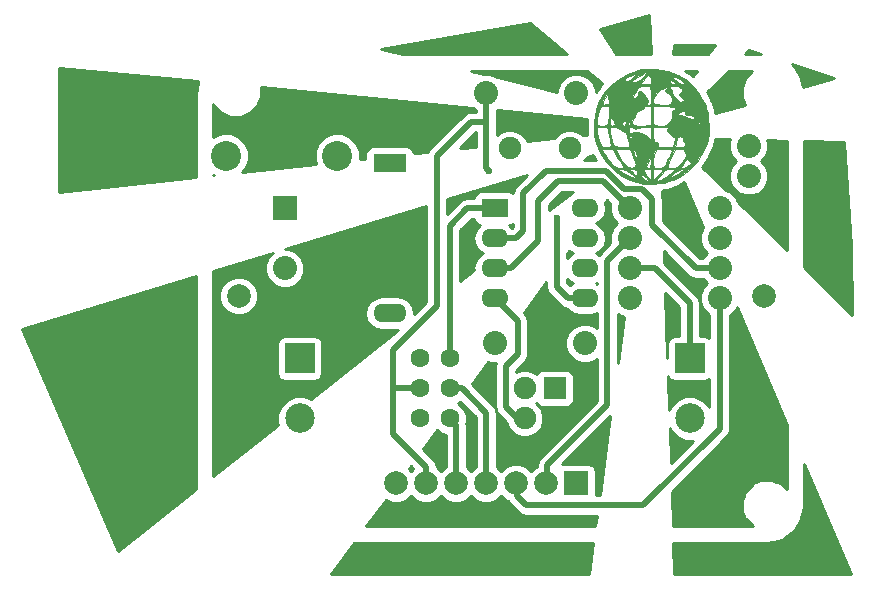
<source format=gbr>
G04 #@! TF.FileFunction,Copper,L1,Top,Signal*
%FSLAX46Y46*%
G04 Gerber Fmt 4.6, Leading zero omitted, Abs format (unit mm)*
G04 Created by KiCad (PCBNEW 4.0.4-stable) date 08/18/17 17:17:01*
%MOMM*%
%LPD*%
G01*
G04 APERTURE LIST*
%ADD10C,0.500000*%
%ADD11C,0.010000*%
%ADD12C,2.540000*%
%ADD13C,2.032000*%
%ADD14R,2.800000X1.600000*%
%ADD15O,2.800000X1.600000*%
%ADD16C,1.905000*%
%ADD17R,2.286000X1.574800*%
%ADD18O,2.286000X1.574800*%
%ADD19R,1.905000X1.905000*%
%ADD20R,2.499360X2.499360*%
%ADD21C,2.499360*%
%ADD22R,2.032000X2.032000*%
%ADD23C,0.010000*%
%ADD24R,1.998980X1.998980*%
%ADD25C,1.998980*%
%ADD26C,1.600200*%
%ADD27C,2.000000*%
%ADD28C,0.600000*%
%ADD29C,0.254000*%
G04 APERTURE END LIST*
D10*
D11*
G36*
X37775092Y40175486D02*
X38337908Y40130429D01*
X38812235Y40041807D01*
X38885706Y40020542D01*
X39702578Y39681299D01*
X40451366Y39201203D01*
X40981072Y38725761D01*
X41440128Y38197669D01*
X41786358Y37675757D01*
X42060748Y37095380D01*
X42130661Y36912568D01*
X42239208Y36487991D01*
X42306463Y35955005D01*
X42331724Y35369601D01*
X42314288Y34787766D01*
X42253454Y34265491D01*
X42168268Y33913667D01*
X41796352Y33046657D01*
X41303998Y32290171D01*
X40698541Y31652797D01*
X39987312Y31143122D01*
X39650847Y30965390D01*
X39272794Y30798722D01*
X38890020Y30652788D01*
X38569552Y30552533D01*
X38493332Y30534628D01*
X38135714Y30486357D01*
X37683732Y30460038D01*
X37211094Y30456998D01*
X36791508Y30478564D01*
X36613666Y30500786D01*
X36147855Y30616794D01*
X35627494Y30806168D01*
X35131263Y31037762D01*
X34861875Y31194273D01*
X34296718Y31632924D01*
X34751000Y31632924D01*
X34821788Y31562492D01*
X35011380Y31440474D01*
X35285614Y31287915D01*
X35438137Y31209590D01*
X35802528Y31034621D01*
X36072621Y30919920D01*
X36234182Y30869971D01*
X36272980Y30889259D01*
X36185224Y30974193D01*
X36048753Y31083597D01*
X35969248Y31148426D01*
X36619106Y31148426D01*
X36676397Y31011817D01*
X36786298Y30881632D01*
X36935337Y30760720D01*
X37077111Y30699979D01*
X37166631Y30709067D01*
X37165264Y30724756D01*
X37905409Y30724756D01*
X37947507Y30706848D01*
X38003702Y30724279D01*
X38190329Y30773830D01*
X38263202Y30781000D01*
X38382498Y30829093D01*
X38583601Y30953090D01*
X38694702Y31030855D01*
X39056351Y31030855D01*
X39070151Y31003793D01*
X39182851Y31035532D01*
X39196000Y31040157D01*
X39428427Y31139897D01*
X39708446Y31282799D01*
X39805457Y31337558D01*
X40081293Y31513355D01*
X40202844Y31630826D01*
X40172950Y31694769D01*
X40026496Y31710592D01*
X39786535Y31639632D01*
X39477671Y31426404D01*
X39365333Y31329529D01*
X39151421Y31133754D01*
X39056351Y31030855D01*
X38694702Y31030855D01*
X38825736Y31122572D01*
X39068129Y31307119D01*
X39270007Y31476312D01*
X39390597Y31599730D01*
X39407666Y31634844D01*
X39332142Y31681749D01*
X39141770Y31709292D01*
X39039920Y31712334D01*
X38823331Y31699663D01*
X38663297Y31640409D01*
X38504046Y31502708D01*
X38335977Y31310167D01*
X38090686Y31010620D01*
X37950149Y30820748D01*
X37905409Y30724756D01*
X37165264Y30724756D01*
X37158908Y30797645D01*
X37156401Y30802167D01*
X37022805Y30990738D01*
X36866586Y31150258D01*
X36733855Y31237900D01*
X36686026Y31239061D01*
X36619106Y31148426D01*
X35969248Y31148426D01*
X35836294Y31256836D01*
X35668504Y31394834D01*
X35338333Y31622380D01*
X35235854Y31655000D01*
X35682333Y31655000D01*
X35741398Y31570023D01*
X35889525Y31425503D01*
X35957500Y31366654D01*
X36130547Y31228491D01*
X36215722Y31194615D01*
X36251791Y31256901D01*
X36260528Y31303145D01*
X36261978Y31504541D01*
X36242019Y31591491D01*
X36203566Y31620750D01*
X36783000Y31620750D01*
X36830861Y31520433D01*
X36950633Y31342782D01*
X37106600Y31134282D01*
X37263043Y30941423D01*
X37384245Y30810691D01*
X37428199Y30781000D01*
X37445802Y30857603D01*
X37457474Y31055194D01*
X37460333Y31246667D01*
X37460333Y31712334D01*
X37629666Y31712334D01*
X37633460Y31225500D01*
X37637254Y30738667D01*
X38014460Y31159682D01*
X38205959Y31382596D01*
X38341726Y31558147D01*
X38391666Y31646515D01*
X38315958Y31685776D01*
X38124417Y31709320D01*
X38010666Y31712334D01*
X37629666Y31712334D01*
X37460333Y31712334D01*
X37121666Y31712334D01*
X36909498Y31692022D01*
X36791603Y31641259D01*
X36783000Y31620750D01*
X36203566Y31620750D01*
X36149317Y31662027D01*
X35980297Y31705738D01*
X35804992Y31714678D01*
X35693440Y31680900D01*
X35682333Y31655000D01*
X35235854Y31655000D01*
X35061739Y31710422D01*
X35017446Y31712334D01*
X34833774Y31690319D01*
X34751337Y31636928D01*
X34751000Y31632924D01*
X34296718Y31632924D01*
X34273751Y31650750D01*
X33736538Y32212899D01*
X33278426Y32842189D01*
X33011818Y33342167D01*
X33311983Y33342167D01*
X33366525Y33185396D01*
X33509001Y32946103D01*
X33709223Y32663092D01*
X33936998Y32375169D01*
X34162137Y32121136D01*
X34354450Y31939800D01*
X34451343Y31877705D01*
X34667144Y31821657D01*
X34900227Y31803382D01*
X35075318Y31826324D01*
X35111907Y31847464D01*
X35094774Y31937797D01*
X34998198Y32119151D01*
X34884663Y32291964D01*
X34682561Y32594132D01*
X34485688Y32912562D01*
X34409387Y33045834D01*
X34285949Y33254763D01*
X34246619Y33291794D01*
X34497000Y33291794D01*
X34543288Y33160777D01*
X34664069Y32936784D01*
X34832213Y32662289D01*
X35020591Y32379766D01*
X35202074Y32131691D01*
X35343437Y31966563D01*
X35558938Y31841669D01*
X35812473Y31814284D01*
X36036447Y31883490D01*
X36120560Y31965542D01*
X37012104Y31965542D01*
X37033657Y31841262D01*
X37192158Y31808559D01*
X37235489Y31813325D01*
X37338449Y31847158D01*
X37396260Y31938844D01*
X37424242Y32129513D01*
X37431356Y32282106D01*
X37628959Y32282106D01*
X37637513Y32021565D01*
X37680354Y31861479D01*
X37690014Y31849542D01*
X37804335Y31818290D01*
X38022659Y31809634D01*
X38134514Y31814264D01*
X38328913Y31832130D01*
X38462140Y31876286D01*
X38496281Y31908699D01*
X38863578Y31908699D01*
X38865044Y31869191D01*
X38979653Y31816779D01*
X39190996Y31799176D01*
X39430244Y31815644D01*
X39628570Y31865445D01*
X39654152Y31877646D01*
X39665173Y31887316D01*
X40000333Y31887316D01*
X40063506Y31803722D01*
X40222627Y31802526D01*
X40432094Y31873184D01*
X40646308Y32005154D01*
X40697497Y32048519D01*
X40860695Y32203175D01*
X40906178Y32277088D01*
X40844169Y32300450D01*
X40783500Y32302519D01*
X40629796Y32352851D01*
X40593000Y32432000D01*
X40552622Y32544749D01*
X40518382Y32559000D01*
X40422714Y32495447D01*
X40281618Y32340889D01*
X40136861Y32149480D01*
X40030208Y31975374D01*
X40000333Y31887316D01*
X39665173Y31887316D01*
X39778730Y31986951D01*
X39954473Y32192197D01*
X40124079Y32421813D01*
X40293036Y32675678D01*
X40376541Y32842100D01*
X40388586Y32970693D01*
X40343162Y33111071D01*
X40328158Y33145501D01*
X40238082Y33307840D01*
X40118344Y33383697D01*
X39907513Y33405080D01*
X39828866Y33405667D01*
X39444735Y33405667D01*
X39132582Y32673524D01*
X39001422Y32348224D01*
X38907527Y32080573D01*
X38863578Y31908699D01*
X38496281Y31908699D01*
X38570305Y31978974D01*
X38689516Y32172439D01*
X38826327Y32432000D01*
X39032740Y32831572D01*
X39158378Y33103617D01*
X39197113Y33272601D01*
X39142813Y33362991D01*
X38989350Y33399254D01*
X38730594Y33405855D01*
X38582386Y33405667D01*
X37915029Y33405667D01*
X37772347Y33106461D01*
X37700045Y32880554D01*
X37651026Y32587102D01*
X37628959Y32282106D01*
X37431356Y32282106D01*
X37434397Y32347334D01*
X37438267Y32608649D01*
X37426065Y32713350D01*
X37395355Y32673606D01*
X37378825Y32624768D01*
X37271903Y32388215D01*
X37130748Y32170316D01*
X37012104Y31965542D01*
X36120560Y31965542D01*
X36132561Y31977248D01*
X36158821Y32096477D01*
X36119298Y32292370D01*
X36006649Y32594074D01*
X35935299Y32760415D01*
X35719917Y33250513D01*
X35916638Y33250513D01*
X35970183Y33070742D01*
X36036980Y32897667D01*
X36141430Y32663408D01*
X36223587Y32509673D01*
X36255102Y32474334D01*
X36271029Y32548822D01*
X36260822Y32735869D01*
X36250234Y32825203D01*
X36166194Y33130799D01*
X36019840Y33294798D01*
X35919858Y33319704D01*
X35916638Y33250513D01*
X35719917Y33250513D01*
X35651731Y33405667D01*
X35074365Y33405667D01*
X34746564Y33395859D01*
X34562598Y33363209D01*
X34497930Y33302876D01*
X34497000Y33291794D01*
X34246619Y33291794D01*
X34172567Y33361515D01*
X34007518Y33400383D01*
X33761742Y33405667D01*
X33511660Y33394884D01*
X33348383Y33367156D01*
X33311983Y33342167D01*
X33011818Y33342167D01*
X32927607Y33500089D01*
X32717346Y34125381D01*
X32654905Y34550414D01*
X32627937Y35075934D01*
X32630590Y35278064D01*
X32862938Y35278064D01*
X32914193Y34729182D01*
X32961980Y34384815D01*
X33032670Y34060880D01*
X33091904Y33877650D01*
X33178012Y33698192D01*
X33278206Y33608802D01*
X33449760Y33578198D01*
X33646013Y33575000D01*
X33888627Y33586310D01*
X34042925Y33615257D01*
X34072244Y33638500D01*
X34055674Y33744629D01*
X34012475Y33975777D01*
X33950395Y34291154D01*
X33915447Y34464000D01*
X33808731Y34987368D01*
X33989000Y34987368D01*
X34014688Y34738483D01*
X34080716Y34421942D01*
X34170531Y34098218D01*
X34267578Y33827779D01*
X34346672Y33680834D01*
X34487018Y33618176D01*
X34768505Y33582149D01*
X35019203Y33575000D01*
X35605339Y33575000D01*
X35549597Y33892500D01*
X35479106Y34287936D01*
X35442326Y34453391D01*
X35611217Y34453391D01*
X35632315Y34368828D01*
X35701836Y34275111D01*
X35786708Y34322843D01*
X35840998Y34438429D01*
X35785344Y34521856D01*
X35672548Y34581389D01*
X35630951Y34567841D01*
X35611217Y34453391D01*
X35442326Y34453391D01*
X35420087Y34553427D01*
X35352342Y34725372D01*
X35255673Y34840170D01*
X35109879Y34934222D01*
X34916808Y35032805D01*
X34673592Y35139458D01*
X35544384Y35139458D01*
X35546274Y35134409D01*
X35592835Y34943681D01*
X35597666Y34880409D01*
X35662917Y34785388D01*
X35809607Y34764825D01*
X35964137Y34825072D01*
X35988773Y34846641D01*
X36124410Y34876381D01*
X36354605Y34833892D01*
X36632002Y34739322D01*
X36909245Y34612826D01*
X37138980Y34474553D01*
X37273850Y34344655D01*
X37291000Y34292493D01*
X37337409Y34181224D01*
X37375666Y34167667D01*
X37419910Y34245425D01*
X37450201Y34451407D01*
X37460333Y34718000D01*
X37460333Y35268334D01*
X37629666Y35268334D01*
X37629666Y34689257D01*
X37634747Y34378979D01*
X37659192Y34193883D01*
X37716807Y34089911D01*
X37821398Y34023002D01*
X37841333Y34013739D01*
X38007710Y33877390D01*
X38053000Y33746149D01*
X38067654Y33658464D01*
X38135116Y33607129D01*
X38290633Y33582583D01*
X38569454Y33575265D01*
X38684020Y33575000D01*
X39315040Y33575000D01*
X39496566Y33575000D01*
X39917783Y33575000D01*
X40174064Y33585553D01*
X40300623Y33626367D01*
X40336259Y33711181D01*
X40336307Y33723167D01*
X40284589Y33908846D01*
X40283311Y33911034D01*
X41724576Y33911034D01*
X41740587Y33821578D01*
X41808019Y33773685D01*
X41871654Y33876954D01*
X41927656Y34049660D01*
X41941715Y34122310D01*
X41898366Y34136319D01*
X41810648Y34066935D01*
X41724576Y33911034D01*
X40283311Y33911034D01*
X40215122Y34027730D01*
X40139044Y34198405D01*
X40142206Y34302897D01*
X40137310Y34406679D01*
X40100983Y34421667D01*
X39949556Y34449961D01*
X39881434Y34472607D01*
X39766888Y34457825D01*
X39669584Y34307546D01*
X39581949Y34007570D01*
X39549375Y33850167D01*
X39496566Y33575000D01*
X39315040Y33575000D01*
X39403214Y33892500D01*
X39473803Y34184146D01*
X39481439Y34348262D01*
X39424453Y34415172D01*
X39374104Y34421667D01*
X39257553Y34474460D01*
X39104361Y34605223D01*
X38950443Y34772535D01*
X38866536Y34887334D01*
X41947666Y34887334D01*
X41990000Y34845000D01*
X42032333Y34887334D01*
X41990000Y34929667D01*
X41947666Y34887334D01*
X38866536Y34887334D01*
X38831715Y34934975D01*
X38784091Y35051121D01*
X38802624Y35080764D01*
X38858721Y35131797D01*
X41722770Y35131797D01*
X41736000Y35099000D01*
X41812082Y35018230D01*
X41825663Y35014334D01*
X41862029Y35079840D01*
X41863000Y35099000D01*
X41797912Y35180414D01*
X41773336Y35183667D01*
X41722770Y35131797D01*
X38858721Y35131797D01*
X38894655Y35164487D01*
X38899666Y35190723D01*
X38821925Y35227819D01*
X38616281Y35255261D01*
X38324101Y35267994D01*
X38264666Y35268334D01*
X37629666Y35268334D01*
X37460333Y35268334D01*
X36998650Y35268334D01*
X36692532Y35250068D01*
X36423414Y35203472D01*
X36319020Y35169030D01*
X36130458Y35112104D01*
X36008080Y35162893D01*
X36001770Y35169030D01*
X35843088Y35247759D01*
X35698674Y35268334D01*
X35552802Y35239668D01*
X35544384Y35139458D01*
X34673592Y35139458D01*
X34627173Y35159813D01*
X34361587Y35244923D01*
X34221833Y35266915D01*
X34062115Y35247594D01*
X33998885Y35152649D01*
X33989000Y34987368D01*
X33808731Y34987368D01*
X33760072Y35226000D01*
X32862938Y35278064D01*
X32630590Y35278064D01*
X32635311Y35637567D01*
X32637624Y35667964D01*
X32863497Y35667964D01*
X32884394Y35519865D01*
X32963192Y35438116D01*
X32964061Y35437606D01*
X33167329Y35375376D01*
X33426550Y35359567D01*
X33650209Y35392618D01*
X33705825Y35417844D01*
X33755381Y35525407D01*
X33771695Y35602236D01*
X33962937Y35602236D01*
X34002810Y35464114D01*
X34006873Y35458834D01*
X34124275Y35363267D01*
X34260733Y35395763D01*
X34317003Y35429285D01*
X34380879Y35504943D01*
X34365834Y35570320D01*
X34967062Y35570320D01*
X34967805Y35426945D01*
X34988913Y35397310D01*
X35121584Y35359362D01*
X35257375Y35438643D01*
X35328388Y35586699D01*
X35322515Y35638045D01*
X35513000Y35638045D01*
X35539461Y35470697D01*
X35597519Y35391850D01*
X35655186Y35433602D01*
X35669106Y35481398D01*
X35646122Y35656163D01*
X35605606Y35717594D01*
X35532729Y35748348D01*
X35513000Y35638045D01*
X35322515Y35638045D01*
X35311257Y35736468D01*
X35231582Y35762684D01*
X35863180Y35762684D01*
X35867829Y35560141D01*
X35984744Y35430755D01*
X36042166Y35412753D01*
X36395645Y35372873D01*
X36797986Y35367651D01*
X37150067Y35397676D01*
X37195750Y35405917D01*
X37460333Y35458834D01*
X37460333Y36251073D01*
X37629666Y36251073D01*
X37631744Y35860216D01*
X37653852Y35607636D01*
X37719797Y35462318D01*
X37853390Y35393249D01*
X38078439Y35369414D01*
X38311557Y35362822D01*
X38570354Y35374249D01*
X38757578Y35447911D01*
X38889176Y35562102D01*
X41461564Y35562102D01*
X41478518Y35527967D01*
X41559251Y35440434D01*
X41574102Y35502163D01*
X41553549Y35568319D01*
X41491216Y35660525D01*
X41463062Y35658618D01*
X41461564Y35562102D01*
X38889176Y35562102D01*
X38953952Y35618309D01*
X38986060Y35651116D01*
X39167003Y35862478D01*
X39247280Y36051122D01*
X39259678Y36298562D01*
X39258501Y36328449D01*
X39259299Y36386730D01*
X39763321Y36386730D01*
X39787100Y36305774D01*
X39947633Y36284334D01*
X40148176Y36235818D01*
X40250410Y36162061D01*
X40398490Y36071846D01*
X40628092Y36011314D01*
X40662944Y36006960D01*
X40886011Y35981692D01*
X41031840Y35962057D01*
X41043708Y35959900D01*
X41089194Y36014657D01*
X41085311Y36093834D01*
X41070376Y36115000D01*
X41270333Y36115000D01*
X41299220Y36032535D01*
X41307669Y36030334D01*
X41379955Y36089663D01*
X41397333Y36115000D01*
X41390620Y36193019D01*
X41359996Y36199667D01*
X41273778Y36138207D01*
X41270333Y36115000D01*
X41070376Y36115000D01*
X41011036Y36199094D01*
X40817072Y36255588D01*
X40691044Y36268380D01*
X40452233Y36303200D01*
X40363523Y36366660D01*
X40367574Y36406010D01*
X40333136Y36519820D01*
X40213427Y36606945D01*
X40035812Y36649987D01*
X39896126Y36563121D01*
X39881461Y36547315D01*
X39763321Y36386730D01*
X39259299Y36386730D01*
X39261853Y36572971D01*
X39307123Y36686715D01*
X39373373Y36707667D01*
X39472907Y36771249D01*
X39476371Y36855834D01*
X39443271Y36922773D01*
X39354673Y36968224D01*
X39180947Y36997629D01*
X38892464Y37016429D01*
X38538829Y37028032D01*
X37629666Y37052063D01*
X37629666Y36251073D01*
X37460333Y36251073D01*
X37460333Y37046334D01*
X37173058Y37046334D01*
X36941808Y37009065D01*
X36837048Y36919334D01*
X36726337Y36806742D01*
X36663019Y36792334D01*
X36506616Y36732147D01*
X36321276Y36588434D01*
X36166792Y36416469D01*
X36102973Y36274625D01*
X36052675Y36118379D01*
X35975973Y35992985D01*
X35863180Y35762684D01*
X35231582Y35762684D01*
X35190096Y35776334D01*
X35054623Y35712148D01*
X34967062Y35570320D01*
X34365834Y35570320D01*
X34352278Y35629224D01*
X34277582Y35766656D01*
X34160997Y35940210D01*
X34074641Y36027782D01*
X34065282Y36030334D01*
X34001640Y35958412D01*
X33965036Y35791358D01*
X33962937Y35602236D01*
X33771695Y35602236D01*
X33805563Y35761728D01*
X33848771Y36086435D01*
X33864912Y36263215D01*
X33926174Y37046334D01*
X33547655Y37046334D01*
X33311298Y37037369D01*
X33184673Y36981679D01*
X33108218Y36836066D01*
X33064063Y36695631D01*
X32983686Y36383920D01*
X32910803Y36032176D01*
X32893556Y35930995D01*
X32863497Y35667964D01*
X32637624Y35667964D01*
X32675899Y36170937D01*
X32748568Y36611670D01*
X32761938Y36664956D01*
X32981549Y37249058D01*
X33351187Y37249058D01*
X33444969Y37158390D01*
X33629782Y37171235D01*
X33803112Y37218711D01*
X33878618Y37246397D01*
X33877016Y37332030D01*
X33854284Y37532264D01*
X33833009Y37684015D01*
X33818683Y37780327D01*
X35952488Y37780327D01*
X36043534Y37726732D01*
X36096608Y37723667D01*
X36263335Y37797955D01*
X36349548Y38010896D01*
X36359666Y38153925D01*
X36403916Y38295392D01*
X36518883Y38316446D01*
X36677893Y38235200D01*
X36854272Y38069766D01*
X37021345Y37838253D01*
X37123090Y37635563D01*
X37190016Y37433886D01*
X37170459Y37337774D01*
X37137868Y37319846D01*
X37073220Y37242189D01*
X37083802Y37208436D01*
X37143564Y37140420D01*
X37240017Y37150737D01*
X37326408Y37182392D01*
X37419986Y37307265D01*
X37456629Y37559698D01*
X37629666Y37559698D01*
X37641443Y37342739D01*
X37703922Y37240438D01*
X37857828Y37198413D01*
X37904833Y37192248D01*
X38448063Y37146185D01*
X38838438Y37161514D01*
X39073679Y37238100D01*
X39105285Y37264048D01*
X39205702Y37456343D01*
X39216391Y37696214D01*
X39151344Y37927973D01*
X39024555Y38095935D01*
X38883419Y38147000D01*
X38732837Y38204813D01*
X38663161Y38332876D01*
X38703535Y38463127D01*
X38736710Y38489609D01*
X38804352Y38583199D01*
X38787530Y38626025D01*
X38674498Y38637911D01*
X38558298Y38588295D01*
X38375341Y38505137D01*
X38274178Y38485667D01*
X38158805Y38418486D01*
X38018633Y38251106D01*
X37979551Y38189334D01*
X37849791Y38002729D01*
X37740110Y37899947D01*
X37717188Y37893000D01*
X37662025Y37817975D01*
X37631689Y37630889D01*
X37629666Y37559698D01*
X37456629Y37559698D01*
X37460021Y37583064D01*
X37445831Y37999842D01*
X37406491Y38346850D01*
X37363091Y38663492D01*
X38997764Y38663492D01*
X39032982Y38560163D01*
X39111333Y38485667D01*
X39212963Y38321164D01*
X39238333Y38180919D01*
X39313321Y37973531D01*
X39450000Y37842881D01*
X39601669Y37712984D01*
X39661666Y37603863D01*
X39728276Y37431781D01*
X39884635Y37360250D01*
X40008588Y37389419D01*
X40157356Y37492496D01*
X40207720Y37547410D01*
X40180411Y37639000D01*
X40466000Y37639000D01*
X40472712Y37560982D01*
X40503336Y37554334D01*
X40589554Y37615794D01*
X40593000Y37639000D01*
X40564113Y37721466D01*
X40555663Y37723667D01*
X40483377Y37664338D01*
X40466000Y37639000D01*
X40180411Y37639000D01*
X40179259Y37642862D01*
X40047037Y37775275D01*
X40023082Y37793332D01*
X39952082Y37850667D01*
X40677666Y37850667D01*
X40720000Y37808334D01*
X40762333Y37850667D01*
X40720000Y37893000D01*
X40677666Y37850667D01*
X39952082Y37850667D01*
X39872586Y37914862D01*
X39862381Y37949445D01*
X40959888Y37949445D01*
X40971511Y37899111D01*
X41016333Y37893000D01*
X41086023Y37923979D01*
X41072777Y37949445D01*
X40972298Y37959578D01*
X40959888Y37949445D01*
X39862381Y37949445D01*
X39846797Y38002250D01*
X39921708Y38104667D01*
X40508333Y38104667D01*
X40550666Y38062334D01*
X40593000Y38104667D01*
X40550666Y38147000D01*
X40508333Y38104667D01*
X39921708Y38104667D01*
X39930136Y38116189D01*
X39937979Y38124878D01*
X40063291Y38298047D01*
X40054928Y38439093D01*
X39944877Y38584834D01*
X39778756Y38687501D01*
X40113769Y38687501D01*
X40127333Y38655000D01*
X40239492Y38573495D01*
X40264326Y38570334D01*
X40310230Y38622500D01*
X40296666Y38655000D01*
X40184507Y38736506D01*
X40159673Y38739667D01*
X40113769Y38687501D01*
X39778756Y38687501D01*
X39764661Y38696212D01*
X39469514Y38738557D01*
X39394544Y38739667D01*
X39116276Y38721524D01*
X38997764Y38663492D01*
X37363091Y38663492D01*
X37352650Y38739667D01*
X36911614Y38739667D01*
X36610097Y38719136D01*
X36400420Y38635285D01*
X36233259Y38454727D01*
X36073543Y38172372D01*
X35962929Y37920368D01*
X35952488Y37780327D01*
X33818683Y37780327D01*
X33784692Y38008826D01*
X35687958Y38008826D01*
X35753409Y37977667D01*
X35835116Y38046324D01*
X35929828Y38208868D01*
X35997242Y38365415D01*
X35978567Y38383775D01*
X35858751Y38280413D01*
X35716761Y38119177D01*
X35687958Y38008826D01*
X33784692Y38008826D01*
X33770434Y38104667D01*
X33535015Y37736956D01*
X33380795Y37444346D01*
X33351187Y37249058D01*
X32981549Y37249058D01*
X33053444Y37440275D01*
X33490688Y38158426D01*
X34054433Y38800418D01*
X34293087Y38994911D01*
X36613666Y38994911D01*
X36689811Y38945904D01*
X36884502Y38914799D01*
X37037000Y38909000D01*
X37460333Y38909000D01*
X37460333Y39078334D01*
X39069000Y39078334D01*
X39118608Y38945549D01*
X39280666Y38909000D01*
X39439797Y38936970D01*
X39492333Y38990688D01*
X39426773Y39084343D01*
X39282291Y39187295D01*
X39137188Y39245950D01*
X39116899Y39247667D01*
X39077927Y39176487D01*
X39069000Y39078334D01*
X37460333Y39078334D01*
X37460333Y39194967D01*
X37421170Y39429313D01*
X37356133Y39540445D01*
X39197532Y39540445D01*
X39268728Y39437948D01*
X39418504Y39300193D01*
X39613442Y39152935D01*
X39820126Y39021929D01*
X40005140Y38932930D01*
X40111163Y38909230D01*
X40269810Y38934131D01*
X40295576Y38995431D01*
X40183617Y39095749D01*
X39972101Y39233982D01*
X39715334Y39380002D01*
X39467626Y39503683D01*
X39283283Y39574898D01*
X39238333Y39581929D01*
X39197532Y39540445D01*
X37356133Y39540445D01*
X37325465Y39592848D01*
X37324016Y39594066D01*
X37226962Y39645295D01*
X37121608Y39608697D01*
X36966403Y39464637D01*
X36900683Y39394010D01*
X36734805Y39197098D01*
X36631145Y39043434D01*
X36613666Y38994911D01*
X34293087Y38994911D01*
X34397945Y39080365D01*
X35744029Y39080365D01*
X35768768Y39039847D01*
X35928419Y39033257D01*
X36011226Y39035047D01*
X36207262Y39056248D01*
X36370850Y39128181D01*
X36550220Y39280529D01*
X36741047Y39484208D01*
X36924939Y39699642D01*
X37040289Y39856670D01*
X37064627Y39924339D01*
X37061031Y39925000D01*
X36943807Y39881508D01*
X36731745Y39769138D01*
X36469472Y39615052D01*
X36201613Y39446411D01*
X35972796Y39290376D01*
X35828191Y39174647D01*
X35744029Y39080365D01*
X34397945Y39080365D01*
X34625625Y39265913D01*
X35224218Y39265913D01*
X35262602Y39200994D01*
X35321826Y39139709D01*
X35388695Y39124337D01*
X35495748Y39168132D01*
X35675524Y39284349D01*
X35957500Y39484052D01*
X36172929Y39642856D01*
X36318881Y39759628D01*
X36359666Y39802187D01*
X36290141Y39799036D01*
X36113257Y39744942D01*
X35876553Y39657377D01*
X35627567Y39553814D01*
X35431967Y39461213D01*
X35259984Y39354370D01*
X35224218Y39265913D01*
X34625625Y39265913D01*
X34725445Y39347261D01*
X35484487Y39779966D01*
X36184533Y40043843D01*
X36635522Y40132735D01*
X37186670Y40176435D01*
X37775092Y40175486D01*
X37775092Y40175486D01*
G37*
X37775092Y40175486D02*
X38337908Y40130429D01*
X38812235Y40041807D01*
X38885706Y40020542D01*
X39702578Y39681299D01*
X40451366Y39201203D01*
X40981072Y38725761D01*
X41440128Y38197669D01*
X41786358Y37675757D01*
X42060748Y37095380D01*
X42130661Y36912568D01*
X42239208Y36487991D01*
X42306463Y35955005D01*
X42331724Y35369601D01*
X42314288Y34787766D01*
X42253454Y34265491D01*
X42168268Y33913667D01*
X41796352Y33046657D01*
X41303998Y32290171D01*
X40698541Y31652797D01*
X39987312Y31143122D01*
X39650847Y30965390D01*
X39272794Y30798722D01*
X38890020Y30652788D01*
X38569552Y30552533D01*
X38493332Y30534628D01*
X38135714Y30486357D01*
X37683732Y30460038D01*
X37211094Y30456998D01*
X36791508Y30478564D01*
X36613666Y30500786D01*
X36147855Y30616794D01*
X35627494Y30806168D01*
X35131263Y31037762D01*
X34861875Y31194273D01*
X34296718Y31632924D01*
X34751000Y31632924D01*
X34821788Y31562492D01*
X35011380Y31440474D01*
X35285614Y31287915D01*
X35438137Y31209590D01*
X35802528Y31034621D01*
X36072621Y30919920D01*
X36234182Y30869971D01*
X36272980Y30889259D01*
X36185224Y30974193D01*
X36048753Y31083597D01*
X35969248Y31148426D01*
X36619106Y31148426D01*
X36676397Y31011817D01*
X36786298Y30881632D01*
X36935337Y30760720D01*
X37077111Y30699979D01*
X37166631Y30709067D01*
X37165264Y30724756D01*
X37905409Y30724756D01*
X37947507Y30706848D01*
X38003702Y30724279D01*
X38190329Y30773830D01*
X38263202Y30781000D01*
X38382498Y30829093D01*
X38583601Y30953090D01*
X38694702Y31030855D01*
X39056351Y31030855D01*
X39070151Y31003793D01*
X39182851Y31035532D01*
X39196000Y31040157D01*
X39428427Y31139897D01*
X39708446Y31282799D01*
X39805457Y31337558D01*
X40081293Y31513355D01*
X40202844Y31630826D01*
X40172950Y31694769D01*
X40026496Y31710592D01*
X39786535Y31639632D01*
X39477671Y31426404D01*
X39365333Y31329529D01*
X39151421Y31133754D01*
X39056351Y31030855D01*
X38694702Y31030855D01*
X38825736Y31122572D01*
X39068129Y31307119D01*
X39270007Y31476312D01*
X39390597Y31599730D01*
X39407666Y31634844D01*
X39332142Y31681749D01*
X39141770Y31709292D01*
X39039920Y31712334D01*
X38823331Y31699663D01*
X38663297Y31640409D01*
X38504046Y31502708D01*
X38335977Y31310167D01*
X38090686Y31010620D01*
X37950149Y30820748D01*
X37905409Y30724756D01*
X37165264Y30724756D01*
X37158908Y30797645D01*
X37156401Y30802167D01*
X37022805Y30990738D01*
X36866586Y31150258D01*
X36733855Y31237900D01*
X36686026Y31239061D01*
X36619106Y31148426D01*
X35969248Y31148426D01*
X35836294Y31256836D01*
X35668504Y31394834D01*
X35338333Y31622380D01*
X35235854Y31655000D01*
X35682333Y31655000D01*
X35741398Y31570023D01*
X35889525Y31425503D01*
X35957500Y31366654D01*
X36130547Y31228491D01*
X36215722Y31194615D01*
X36251791Y31256901D01*
X36260528Y31303145D01*
X36261978Y31504541D01*
X36242019Y31591491D01*
X36203566Y31620750D01*
X36783000Y31620750D01*
X36830861Y31520433D01*
X36950633Y31342782D01*
X37106600Y31134282D01*
X37263043Y30941423D01*
X37384245Y30810691D01*
X37428199Y30781000D01*
X37445802Y30857603D01*
X37457474Y31055194D01*
X37460333Y31246667D01*
X37460333Y31712334D01*
X37629666Y31712334D01*
X37633460Y31225500D01*
X37637254Y30738667D01*
X38014460Y31159682D01*
X38205959Y31382596D01*
X38341726Y31558147D01*
X38391666Y31646515D01*
X38315958Y31685776D01*
X38124417Y31709320D01*
X38010666Y31712334D01*
X37629666Y31712334D01*
X37460333Y31712334D01*
X37121666Y31712334D01*
X36909498Y31692022D01*
X36791603Y31641259D01*
X36783000Y31620750D01*
X36203566Y31620750D01*
X36149317Y31662027D01*
X35980297Y31705738D01*
X35804992Y31714678D01*
X35693440Y31680900D01*
X35682333Y31655000D01*
X35235854Y31655000D01*
X35061739Y31710422D01*
X35017446Y31712334D01*
X34833774Y31690319D01*
X34751337Y31636928D01*
X34751000Y31632924D01*
X34296718Y31632924D01*
X34273751Y31650750D01*
X33736538Y32212899D01*
X33278426Y32842189D01*
X33011818Y33342167D01*
X33311983Y33342167D01*
X33366525Y33185396D01*
X33509001Y32946103D01*
X33709223Y32663092D01*
X33936998Y32375169D01*
X34162137Y32121136D01*
X34354450Y31939800D01*
X34451343Y31877705D01*
X34667144Y31821657D01*
X34900227Y31803382D01*
X35075318Y31826324D01*
X35111907Y31847464D01*
X35094774Y31937797D01*
X34998198Y32119151D01*
X34884663Y32291964D01*
X34682561Y32594132D01*
X34485688Y32912562D01*
X34409387Y33045834D01*
X34285949Y33254763D01*
X34246619Y33291794D01*
X34497000Y33291794D01*
X34543288Y33160777D01*
X34664069Y32936784D01*
X34832213Y32662289D01*
X35020591Y32379766D01*
X35202074Y32131691D01*
X35343437Y31966563D01*
X35558938Y31841669D01*
X35812473Y31814284D01*
X36036447Y31883490D01*
X36120560Y31965542D01*
X37012104Y31965542D01*
X37033657Y31841262D01*
X37192158Y31808559D01*
X37235489Y31813325D01*
X37338449Y31847158D01*
X37396260Y31938844D01*
X37424242Y32129513D01*
X37431356Y32282106D01*
X37628959Y32282106D01*
X37637513Y32021565D01*
X37680354Y31861479D01*
X37690014Y31849542D01*
X37804335Y31818290D01*
X38022659Y31809634D01*
X38134514Y31814264D01*
X38328913Y31832130D01*
X38462140Y31876286D01*
X38496281Y31908699D01*
X38863578Y31908699D01*
X38865044Y31869191D01*
X38979653Y31816779D01*
X39190996Y31799176D01*
X39430244Y31815644D01*
X39628570Y31865445D01*
X39654152Y31877646D01*
X39665173Y31887316D01*
X40000333Y31887316D01*
X40063506Y31803722D01*
X40222627Y31802526D01*
X40432094Y31873184D01*
X40646308Y32005154D01*
X40697497Y32048519D01*
X40860695Y32203175D01*
X40906178Y32277088D01*
X40844169Y32300450D01*
X40783500Y32302519D01*
X40629796Y32352851D01*
X40593000Y32432000D01*
X40552622Y32544749D01*
X40518382Y32559000D01*
X40422714Y32495447D01*
X40281618Y32340889D01*
X40136861Y32149480D01*
X40030208Y31975374D01*
X40000333Y31887316D01*
X39665173Y31887316D01*
X39778730Y31986951D01*
X39954473Y32192197D01*
X40124079Y32421813D01*
X40293036Y32675678D01*
X40376541Y32842100D01*
X40388586Y32970693D01*
X40343162Y33111071D01*
X40328158Y33145501D01*
X40238082Y33307840D01*
X40118344Y33383697D01*
X39907513Y33405080D01*
X39828866Y33405667D01*
X39444735Y33405667D01*
X39132582Y32673524D01*
X39001422Y32348224D01*
X38907527Y32080573D01*
X38863578Y31908699D01*
X38496281Y31908699D01*
X38570305Y31978974D01*
X38689516Y32172439D01*
X38826327Y32432000D01*
X39032740Y32831572D01*
X39158378Y33103617D01*
X39197113Y33272601D01*
X39142813Y33362991D01*
X38989350Y33399254D01*
X38730594Y33405855D01*
X38582386Y33405667D01*
X37915029Y33405667D01*
X37772347Y33106461D01*
X37700045Y32880554D01*
X37651026Y32587102D01*
X37628959Y32282106D01*
X37431356Y32282106D01*
X37434397Y32347334D01*
X37438267Y32608649D01*
X37426065Y32713350D01*
X37395355Y32673606D01*
X37378825Y32624768D01*
X37271903Y32388215D01*
X37130748Y32170316D01*
X37012104Y31965542D01*
X36120560Y31965542D01*
X36132561Y31977248D01*
X36158821Y32096477D01*
X36119298Y32292370D01*
X36006649Y32594074D01*
X35935299Y32760415D01*
X35719917Y33250513D01*
X35916638Y33250513D01*
X35970183Y33070742D01*
X36036980Y32897667D01*
X36141430Y32663408D01*
X36223587Y32509673D01*
X36255102Y32474334D01*
X36271029Y32548822D01*
X36260822Y32735869D01*
X36250234Y32825203D01*
X36166194Y33130799D01*
X36019840Y33294798D01*
X35919858Y33319704D01*
X35916638Y33250513D01*
X35719917Y33250513D01*
X35651731Y33405667D01*
X35074365Y33405667D01*
X34746564Y33395859D01*
X34562598Y33363209D01*
X34497930Y33302876D01*
X34497000Y33291794D01*
X34246619Y33291794D01*
X34172567Y33361515D01*
X34007518Y33400383D01*
X33761742Y33405667D01*
X33511660Y33394884D01*
X33348383Y33367156D01*
X33311983Y33342167D01*
X33011818Y33342167D01*
X32927607Y33500089D01*
X32717346Y34125381D01*
X32654905Y34550414D01*
X32627937Y35075934D01*
X32630590Y35278064D01*
X32862938Y35278064D01*
X32914193Y34729182D01*
X32961980Y34384815D01*
X33032670Y34060880D01*
X33091904Y33877650D01*
X33178012Y33698192D01*
X33278206Y33608802D01*
X33449760Y33578198D01*
X33646013Y33575000D01*
X33888627Y33586310D01*
X34042925Y33615257D01*
X34072244Y33638500D01*
X34055674Y33744629D01*
X34012475Y33975777D01*
X33950395Y34291154D01*
X33915447Y34464000D01*
X33808731Y34987368D01*
X33989000Y34987368D01*
X34014688Y34738483D01*
X34080716Y34421942D01*
X34170531Y34098218D01*
X34267578Y33827779D01*
X34346672Y33680834D01*
X34487018Y33618176D01*
X34768505Y33582149D01*
X35019203Y33575000D01*
X35605339Y33575000D01*
X35549597Y33892500D01*
X35479106Y34287936D01*
X35442326Y34453391D01*
X35611217Y34453391D01*
X35632315Y34368828D01*
X35701836Y34275111D01*
X35786708Y34322843D01*
X35840998Y34438429D01*
X35785344Y34521856D01*
X35672548Y34581389D01*
X35630951Y34567841D01*
X35611217Y34453391D01*
X35442326Y34453391D01*
X35420087Y34553427D01*
X35352342Y34725372D01*
X35255673Y34840170D01*
X35109879Y34934222D01*
X34916808Y35032805D01*
X34673592Y35139458D01*
X35544384Y35139458D01*
X35546274Y35134409D01*
X35592835Y34943681D01*
X35597666Y34880409D01*
X35662917Y34785388D01*
X35809607Y34764825D01*
X35964137Y34825072D01*
X35988773Y34846641D01*
X36124410Y34876381D01*
X36354605Y34833892D01*
X36632002Y34739322D01*
X36909245Y34612826D01*
X37138980Y34474553D01*
X37273850Y34344655D01*
X37291000Y34292493D01*
X37337409Y34181224D01*
X37375666Y34167667D01*
X37419910Y34245425D01*
X37450201Y34451407D01*
X37460333Y34718000D01*
X37460333Y35268334D01*
X37629666Y35268334D01*
X37629666Y34689257D01*
X37634747Y34378979D01*
X37659192Y34193883D01*
X37716807Y34089911D01*
X37821398Y34023002D01*
X37841333Y34013739D01*
X38007710Y33877390D01*
X38053000Y33746149D01*
X38067654Y33658464D01*
X38135116Y33607129D01*
X38290633Y33582583D01*
X38569454Y33575265D01*
X38684020Y33575000D01*
X39315040Y33575000D01*
X39496566Y33575000D01*
X39917783Y33575000D01*
X40174064Y33585553D01*
X40300623Y33626367D01*
X40336259Y33711181D01*
X40336307Y33723167D01*
X40284589Y33908846D01*
X40283311Y33911034D01*
X41724576Y33911034D01*
X41740587Y33821578D01*
X41808019Y33773685D01*
X41871654Y33876954D01*
X41927656Y34049660D01*
X41941715Y34122310D01*
X41898366Y34136319D01*
X41810648Y34066935D01*
X41724576Y33911034D01*
X40283311Y33911034D01*
X40215122Y34027730D01*
X40139044Y34198405D01*
X40142206Y34302897D01*
X40137310Y34406679D01*
X40100983Y34421667D01*
X39949556Y34449961D01*
X39881434Y34472607D01*
X39766888Y34457825D01*
X39669584Y34307546D01*
X39581949Y34007570D01*
X39549375Y33850167D01*
X39496566Y33575000D01*
X39315040Y33575000D01*
X39403214Y33892500D01*
X39473803Y34184146D01*
X39481439Y34348262D01*
X39424453Y34415172D01*
X39374104Y34421667D01*
X39257553Y34474460D01*
X39104361Y34605223D01*
X38950443Y34772535D01*
X38866536Y34887334D01*
X41947666Y34887334D01*
X41990000Y34845000D01*
X42032333Y34887334D01*
X41990000Y34929667D01*
X41947666Y34887334D01*
X38866536Y34887334D01*
X38831715Y34934975D01*
X38784091Y35051121D01*
X38802624Y35080764D01*
X38858721Y35131797D01*
X41722770Y35131797D01*
X41736000Y35099000D01*
X41812082Y35018230D01*
X41825663Y35014334D01*
X41862029Y35079840D01*
X41863000Y35099000D01*
X41797912Y35180414D01*
X41773336Y35183667D01*
X41722770Y35131797D01*
X38858721Y35131797D01*
X38894655Y35164487D01*
X38899666Y35190723D01*
X38821925Y35227819D01*
X38616281Y35255261D01*
X38324101Y35267994D01*
X38264666Y35268334D01*
X37629666Y35268334D01*
X37460333Y35268334D01*
X36998650Y35268334D01*
X36692532Y35250068D01*
X36423414Y35203472D01*
X36319020Y35169030D01*
X36130458Y35112104D01*
X36008080Y35162893D01*
X36001770Y35169030D01*
X35843088Y35247759D01*
X35698674Y35268334D01*
X35552802Y35239668D01*
X35544384Y35139458D01*
X34673592Y35139458D01*
X34627173Y35159813D01*
X34361587Y35244923D01*
X34221833Y35266915D01*
X34062115Y35247594D01*
X33998885Y35152649D01*
X33989000Y34987368D01*
X33808731Y34987368D01*
X33760072Y35226000D01*
X32862938Y35278064D01*
X32630590Y35278064D01*
X32635311Y35637567D01*
X32637624Y35667964D01*
X32863497Y35667964D01*
X32884394Y35519865D01*
X32963192Y35438116D01*
X32964061Y35437606D01*
X33167329Y35375376D01*
X33426550Y35359567D01*
X33650209Y35392618D01*
X33705825Y35417844D01*
X33755381Y35525407D01*
X33771695Y35602236D01*
X33962937Y35602236D01*
X34002810Y35464114D01*
X34006873Y35458834D01*
X34124275Y35363267D01*
X34260733Y35395763D01*
X34317003Y35429285D01*
X34380879Y35504943D01*
X34365834Y35570320D01*
X34967062Y35570320D01*
X34967805Y35426945D01*
X34988913Y35397310D01*
X35121584Y35359362D01*
X35257375Y35438643D01*
X35328388Y35586699D01*
X35322515Y35638045D01*
X35513000Y35638045D01*
X35539461Y35470697D01*
X35597519Y35391850D01*
X35655186Y35433602D01*
X35669106Y35481398D01*
X35646122Y35656163D01*
X35605606Y35717594D01*
X35532729Y35748348D01*
X35513000Y35638045D01*
X35322515Y35638045D01*
X35311257Y35736468D01*
X35231582Y35762684D01*
X35863180Y35762684D01*
X35867829Y35560141D01*
X35984744Y35430755D01*
X36042166Y35412753D01*
X36395645Y35372873D01*
X36797986Y35367651D01*
X37150067Y35397676D01*
X37195750Y35405917D01*
X37460333Y35458834D01*
X37460333Y36251073D01*
X37629666Y36251073D01*
X37631744Y35860216D01*
X37653852Y35607636D01*
X37719797Y35462318D01*
X37853390Y35393249D01*
X38078439Y35369414D01*
X38311557Y35362822D01*
X38570354Y35374249D01*
X38757578Y35447911D01*
X38889176Y35562102D01*
X41461564Y35562102D01*
X41478518Y35527967D01*
X41559251Y35440434D01*
X41574102Y35502163D01*
X41553549Y35568319D01*
X41491216Y35660525D01*
X41463062Y35658618D01*
X41461564Y35562102D01*
X38889176Y35562102D01*
X38953952Y35618309D01*
X38986060Y35651116D01*
X39167003Y35862478D01*
X39247280Y36051122D01*
X39259678Y36298562D01*
X39258501Y36328449D01*
X39259299Y36386730D01*
X39763321Y36386730D01*
X39787100Y36305774D01*
X39947633Y36284334D01*
X40148176Y36235818D01*
X40250410Y36162061D01*
X40398490Y36071846D01*
X40628092Y36011314D01*
X40662944Y36006960D01*
X40886011Y35981692D01*
X41031840Y35962057D01*
X41043708Y35959900D01*
X41089194Y36014657D01*
X41085311Y36093834D01*
X41070376Y36115000D01*
X41270333Y36115000D01*
X41299220Y36032535D01*
X41307669Y36030334D01*
X41379955Y36089663D01*
X41397333Y36115000D01*
X41390620Y36193019D01*
X41359996Y36199667D01*
X41273778Y36138207D01*
X41270333Y36115000D01*
X41070376Y36115000D01*
X41011036Y36199094D01*
X40817072Y36255588D01*
X40691044Y36268380D01*
X40452233Y36303200D01*
X40363523Y36366660D01*
X40367574Y36406010D01*
X40333136Y36519820D01*
X40213427Y36606945D01*
X40035812Y36649987D01*
X39896126Y36563121D01*
X39881461Y36547315D01*
X39763321Y36386730D01*
X39259299Y36386730D01*
X39261853Y36572971D01*
X39307123Y36686715D01*
X39373373Y36707667D01*
X39472907Y36771249D01*
X39476371Y36855834D01*
X39443271Y36922773D01*
X39354673Y36968224D01*
X39180947Y36997629D01*
X38892464Y37016429D01*
X38538829Y37028032D01*
X37629666Y37052063D01*
X37629666Y36251073D01*
X37460333Y36251073D01*
X37460333Y37046334D01*
X37173058Y37046334D01*
X36941808Y37009065D01*
X36837048Y36919334D01*
X36726337Y36806742D01*
X36663019Y36792334D01*
X36506616Y36732147D01*
X36321276Y36588434D01*
X36166792Y36416469D01*
X36102973Y36274625D01*
X36052675Y36118379D01*
X35975973Y35992985D01*
X35863180Y35762684D01*
X35231582Y35762684D01*
X35190096Y35776334D01*
X35054623Y35712148D01*
X34967062Y35570320D01*
X34365834Y35570320D01*
X34352278Y35629224D01*
X34277582Y35766656D01*
X34160997Y35940210D01*
X34074641Y36027782D01*
X34065282Y36030334D01*
X34001640Y35958412D01*
X33965036Y35791358D01*
X33962937Y35602236D01*
X33771695Y35602236D01*
X33805563Y35761728D01*
X33848771Y36086435D01*
X33864912Y36263215D01*
X33926174Y37046334D01*
X33547655Y37046334D01*
X33311298Y37037369D01*
X33184673Y36981679D01*
X33108218Y36836066D01*
X33064063Y36695631D01*
X32983686Y36383920D01*
X32910803Y36032176D01*
X32893556Y35930995D01*
X32863497Y35667964D01*
X32637624Y35667964D01*
X32675899Y36170937D01*
X32748568Y36611670D01*
X32761938Y36664956D01*
X32981549Y37249058D01*
X33351187Y37249058D01*
X33444969Y37158390D01*
X33629782Y37171235D01*
X33803112Y37218711D01*
X33878618Y37246397D01*
X33877016Y37332030D01*
X33854284Y37532264D01*
X33833009Y37684015D01*
X33818683Y37780327D01*
X35952488Y37780327D01*
X36043534Y37726732D01*
X36096608Y37723667D01*
X36263335Y37797955D01*
X36349548Y38010896D01*
X36359666Y38153925D01*
X36403916Y38295392D01*
X36518883Y38316446D01*
X36677893Y38235200D01*
X36854272Y38069766D01*
X37021345Y37838253D01*
X37123090Y37635563D01*
X37190016Y37433886D01*
X37170459Y37337774D01*
X37137868Y37319846D01*
X37073220Y37242189D01*
X37083802Y37208436D01*
X37143564Y37140420D01*
X37240017Y37150737D01*
X37326408Y37182392D01*
X37419986Y37307265D01*
X37456629Y37559698D01*
X37629666Y37559698D01*
X37641443Y37342739D01*
X37703922Y37240438D01*
X37857828Y37198413D01*
X37904833Y37192248D01*
X38448063Y37146185D01*
X38838438Y37161514D01*
X39073679Y37238100D01*
X39105285Y37264048D01*
X39205702Y37456343D01*
X39216391Y37696214D01*
X39151344Y37927973D01*
X39024555Y38095935D01*
X38883419Y38147000D01*
X38732837Y38204813D01*
X38663161Y38332876D01*
X38703535Y38463127D01*
X38736710Y38489609D01*
X38804352Y38583199D01*
X38787530Y38626025D01*
X38674498Y38637911D01*
X38558298Y38588295D01*
X38375341Y38505137D01*
X38274178Y38485667D01*
X38158805Y38418486D01*
X38018633Y38251106D01*
X37979551Y38189334D01*
X37849791Y38002729D01*
X37740110Y37899947D01*
X37717188Y37893000D01*
X37662025Y37817975D01*
X37631689Y37630889D01*
X37629666Y37559698D01*
X37456629Y37559698D01*
X37460021Y37583064D01*
X37445831Y37999842D01*
X37406491Y38346850D01*
X37363091Y38663492D01*
X38997764Y38663492D01*
X39032982Y38560163D01*
X39111333Y38485667D01*
X39212963Y38321164D01*
X39238333Y38180919D01*
X39313321Y37973531D01*
X39450000Y37842881D01*
X39601669Y37712984D01*
X39661666Y37603863D01*
X39728276Y37431781D01*
X39884635Y37360250D01*
X40008588Y37389419D01*
X40157356Y37492496D01*
X40207720Y37547410D01*
X40180411Y37639000D01*
X40466000Y37639000D01*
X40472712Y37560982D01*
X40503336Y37554334D01*
X40589554Y37615794D01*
X40593000Y37639000D01*
X40564113Y37721466D01*
X40555663Y37723667D01*
X40483377Y37664338D01*
X40466000Y37639000D01*
X40180411Y37639000D01*
X40179259Y37642862D01*
X40047037Y37775275D01*
X40023082Y37793332D01*
X39952082Y37850667D01*
X40677666Y37850667D01*
X40720000Y37808334D01*
X40762333Y37850667D01*
X40720000Y37893000D01*
X40677666Y37850667D01*
X39952082Y37850667D01*
X39872586Y37914862D01*
X39862381Y37949445D01*
X40959888Y37949445D01*
X40971511Y37899111D01*
X41016333Y37893000D01*
X41086023Y37923979D01*
X41072777Y37949445D01*
X40972298Y37959578D01*
X40959888Y37949445D01*
X39862381Y37949445D01*
X39846797Y38002250D01*
X39921708Y38104667D01*
X40508333Y38104667D01*
X40550666Y38062334D01*
X40593000Y38104667D01*
X40550666Y38147000D01*
X40508333Y38104667D01*
X39921708Y38104667D01*
X39930136Y38116189D01*
X39937979Y38124878D01*
X40063291Y38298047D01*
X40054928Y38439093D01*
X39944877Y38584834D01*
X39778756Y38687501D01*
X40113769Y38687501D01*
X40127333Y38655000D01*
X40239492Y38573495D01*
X40264326Y38570334D01*
X40310230Y38622500D01*
X40296666Y38655000D01*
X40184507Y38736506D01*
X40159673Y38739667D01*
X40113769Y38687501D01*
X39778756Y38687501D01*
X39764661Y38696212D01*
X39469514Y38738557D01*
X39394544Y38739667D01*
X39116276Y38721524D01*
X38997764Y38663492D01*
X37363091Y38663492D01*
X37352650Y38739667D01*
X36911614Y38739667D01*
X36610097Y38719136D01*
X36400420Y38635285D01*
X36233259Y38454727D01*
X36073543Y38172372D01*
X35962929Y37920368D01*
X35952488Y37780327D01*
X33818683Y37780327D01*
X33784692Y38008826D01*
X35687958Y38008826D01*
X35753409Y37977667D01*
X35835116Y38046324D01*
X35929828Y38208868D01*
X35997242Y38365415D01*
X35978567Y38383775D01*
X35858751Y38280413D01*
X35716761Y38119177D01*
X35687958Y38008826D01*
X33784692Y38008826D01*
X33770434Y38104667D01*
X33535015Y37736956D01*
X33380795Y37444346D01*
X33351187Y37249058D01*
X32981549Y37249058D01*
X33053444Y37440275D01*
X33490688Y38158426D01*
X34054433Y38800418D01*
X34293087Y38994911D01*
X36613666Y38994911D01*
X36689811Y38945904D01*
X36884502Y38914799D01*
X37037000Y38909000D01*
X37460333Y38909000D01*
X37460333Y39078334D01*
X39069000Y39078334D01*
X39118608Y38945549D01*
X39280666Y38909000D01*
X39439797Y38936970D01*
X39492333Y38990688D01*
X39426773Y39084343D01*
X39282291Y39187295D01*
X39137188Y39245950D01*
X39116899Y39247667D01*
X39077927Y39176487D01*
X39069000Y39078334D01*
X37460333Y39078334D01*
X37460333Y39194967D01*
X37421170Y39429313D01*
X37356133Y39540445D01*
X39197532Y39540445D01*
X39268728Y39437948D01*
X39418504Y39300193D01*
X39613442Y39152935D01*
X39820126Y39021929D01*
X40005140Y38932930D01*
X40111163Y38909230D01*
X40269810Y38934131D01*
X40295576Y38995431D01*
X40183617Y39095749D01*
X39972101Y39233982D01*
X39715334Y39380002D01*
X39467626Y39503683D01*
X39283283Y39574898D01*
X39238333Y39581929D01*
X39197532Y39540445D01*
X37356133Y39540445D01*
X37325465Y39592848D01*
X37324016Y39594066D01*
X37226962Y39645295D01*
X37121608Y39608697D01*
X36966403Y39464637D01*
X36900683Y39394010D01*
X36734805Y39197098D01*
X36631145Y39043434D01*
X36613666Y38994911D01*
X34293087Y38994911D01*
X34397945Y39080365D01*
X35744029Y39080365D01*
X35768768Y39039847D01*
X35928419Y39033257D01*
X36011226Y39035047D01*
X36207262Y39056248D01*
X36370850Y39128181D01*
X36550220Y39280529D01*
X36741047Y39484208D01*
X36924939Y39699642D01*
X37040289Y39856670D01*
X37064627Y39924339D01*
X37061031Y39925000D01*
X36943807Y39881508D01*
X36731745Y39769138D01*
X36469472Y39615052D01*
X36201613Y39446411D01*
X35972796Y39290376D01*
X35828191Y39174647D01*
X35744029Y39080365D01*
X34397945Y39080365D01*
X34625625Y39265913D01*
X35224218Y39265913D01*
X35262602Y39200994D01*
X35321826Y39139709D01*
X35388695Y39124337D01*
X35495748Y39168132D01*
X35675524Y39284349D01*
X35957500Y39484052D01*
X36172929Y39642856D01*
X36318881Y39759628D01*
X36359666Y39802187D01*
X36290141Y39799036D01*
X36113257Y39744942D01*
X35876553Y39657377D01*
X35627567Y39553814D01*
X35431967Y39461213D01*
X35259984Y39354370D01*
X35224218Y39265913D01*
X34625625Y39265913D01*
X34725445Y39347261D01*
X35484487Y39779966D01*
X36184533Y40043843D01*
X36635522Y40132735D01*
X37186670Y40176435D01*
X37775092Y40175486D01*
D12*
X10875000Y32813000D03*
X1477000Y32813000D03*
D13*
X35640000Y28368000D03*
X43260000Y28368000D03*
X43260000Y25828000D03*
X35640000Y25828000D03*
D14*
X15320000Y32178000D03*
D15*
X15320000Y19478000D03*
D16*
X30560000Y33448000D03*
X25480000Y33448000D03*
D17*
X24210000Y28368000D03*
D18*
X24210000Y25828000D03*
X24210000Y23288000D03*
X24210000Y20748000D03*
X31830000Y20748000D03*
X31830000Y23288000D03*
X31830000Y25828000D03*
X31830000Y28368000D03*
D19*
X29290000Y13128000D03*
D16*
X26750000Y13128000D03*
X26750000Y10588000D03*
D13*
X43260000Y23288000D03*
X35640000Y23288000D03*
D20*
X7700000Y15668000D03*
D21*
X7700000Y10588000D03*
D22*
X6430000Y28368000D03*
D13*
X6430000Y23288000D03*
D20*
X40720000Y15668000D03*
D21*
X40720000Y10588000D03*
D23*
X37545000Y35353000D03*
D13*
X35640000Y20748000D03*
X43260000Y20748000D03*
X24210000Y16938000D03*
X31830000Y16938000D03*
D24*
X31115000Y5080000D03*
D25*
X28575000Y5080000D03*
X26035000Y5080000D03*
X23495000Y5080000D03*
X20955000Y5080000D03*
X18415000Y5080000D03*
X15875000Y5080000D03*
D13*
X23495000Y38100000D03*
X31115000Y38100000D03*
X45720000Y33655000D03*
X45720000Y31115000D03*
D26*
X17860000Y10588000D03*
X20400000Y10588000D03*
X17860000Y13128000D03*
X20400000Y13128000D03*
X17860000Y15668000D03*
X20400000Y15668000D03*
D27*
X46990000Y20955000D03*
X2540000Y20955000D03*
D28*
X29464000Y27559000D03*
X23749000Y31496000D03*
D10*
X26750000Y10588000D02*
X26115000Y10588000D01*
X26115000Y10588000D02*
X25146000Y11557000D01*
X26162000Y18796000D02*
X24210000Y20748000D01*
X26162000Y16002000D02*
X26162000Y18796000D01*
X25146000Y14986000D02*
X26162000Y16002000D01*
X25146000Y11557000D02*
X25146000Y14986000D01*
X40720000Y15668000D02*
X40720000Y20367000D01*
X40720000Y20367000D02*
X37799000Y23288000D01*
X37799000Y23288000D02*
X35640000Y23288000D01*
X20400000Y15668000D02*
X20400000Y26877000D01*
X20400000Y26877000D02*
X21891000Y28368000D01*
X21891000Y28368000D02*
X24210000Y28368000D01*
X20955000Y5080000D02*
X20955000Y10033000D01*
X20955000Y10033000D02*
X20400000Y10588000D01*
X23495000Y35052000D02*
X23495000Y38100000D01*
X19304000Y30607000D02*
X19304000Y32766000D01*
X22225000Y35687000D02*
X23495000Y35687000D01*
X19304000Y32766000D02*
X22225000Y35687000D01*
X31830000Y20748000D02*
X30433000Y20748000D01*
X30433000Y20748000D02*
X29464000Y21717000D01*
X29464000Y21717000D02*
X29464000Y27559000D01*
X23749000Y31496000D02*
X23495000Y31750000D01*
X23495000Y31750000D02*
X23495000Y35052000D01*
X23495000Y35052000D02*
X23495000Y35687000D01*
X17860000Y13128000D02*
X15621000Y13128000D01*
X15748000Y13081000D02*
X15621000Y13081000D01*
X15668000Y13081000D02*
X15748000Y13081000D01*
X15621000Y13128000D02*
X15668000Y13081000D01*
X15621000Y16383000D02*
X15621000Y13081000D01*
X19304000Y20066000D02*
X15621000Y16383000D01*
X19304000Y30607000D02*
X19304000Y20066000D01*
X15621000Y13081000D02*
X15621000Y11684000D01*
X15621000Y11684000D02*
X15621000Y9271000D01*
X15621000Y9271000D02*
X18415000Y6477000D01*
X18415000Y6477000D02*
X18415000Y5080000D01*
X26115000Y4873000D02*
X26115000Y3984000D01*
X26115000Y3984000D02*
X26877000Y3222000D01*
X26877000Y3222000D02*
X36783000Y3222000D01*
X36783000Y3222000D02*
X43260000Y9699000D01*
X43260000Y9699000D02*
X43260000Y20748000D01*
X43260000Y23288000D02*
X41228000Y23288000D01*
X25988000Y25828000D02*
X24210000Y25828000D01*
X26623000Y26463000D02*
X25988000Y25828000D01*
X26623000Y29638000D02*
X26623000Y26463000D01*
X28528000Y31543000D02*
X26623000Y29638000D01*
X33608000Y31543000D02*
X28528000Y31543000D01*
X35132000Y30019000D02*
X33608000Y31543000D01*
X36656000Y30019000D02*
X35132000Y30019000D01*
X37545000Y29130000D02*
X36656000Y30019000D01*
X37545000Y26971000D02*
X37545000Y29130000D01*
X41228000Y23288000D02*
X37545000Y26971000D01*
X21416000Y13128000D02*
X20400000Y13128000D01*
X20400000Y13128000D02*
X20621000Y13128000D01*
X23495000Y5080000D02*
X23495000Y11049000D01*
X23495000Y11049000D02*
X21416000Y13128000D01*
X28655000Y4873000D02*
X28655000Y6651000D01*
X33735000Y11731000D02*
X33735000Y16176000D01*
X28655000Y6651000D02*
X33735000Y11731000D01*
X33735000Y16176000D02*
X33735000Y23923000D01*
X33735000Y23923000D02*
X35640000Y25828000D01*
X24210000Y23288000D02*
X25607000Y23288000D01*
X33354000Y30654000D02*
X35640000Y28368000D01*
X29544000Y30654000D02*
X33354000Y30654000D01*
X27893000Y29003000D02*
X29544000Y30654000D01*
X27893000Y25574000D02*
X27893000Y29003000D01*
X25607000Y23288000D02*
X27893000Y25574000D01*
D29*
G36*
X45451091Y39468959D02*
X45438279Y39438105D01*
X45427261Y39432582D01*
X45280050Y39057046D01*
X45125372Y38684541D01*
X45125353Y38662414D01*
X45117277Y38641813D01*
X45124982Y38238546D01*
X45124630Y37835185D01*
X45133080Y37814734D01*
X45133503Y37792613D01*
X45397649Y37154908D01*
X42893524Y36414764D01*
X42874173Y36568114D01*
X42861436Y36606309D01*
X42859265Y36646514D01*
X42750718Y37071091D01*
X42734680Y37104579D01*
X42728438Y37141177D01*
X42658526Y37323989D01*
X42645351Y37344928D01*
X42639343Y37368928D01*
X42364953Y37949304D01*
X42337301Y37986601D01*
X42319676Y38029553D01*
X42199825Y38210219D01*
X44009606Y40020000D01*
X46003094Y40020000D01*
X45451091Y39468959D01*
X45451091Y39468959D01*
G37*
X45451091Y39468959D02*
X45438279Y39438105D01*
X45427261Y39432582D01*
X45280050Y39057046D01*
X45125372Y38684541D01*
X45125353Y38662414D01*
X45117277Y38641813D01*
X45124982Y38238546D01*
X45124630Y37835185D01*
X45133080Y37814734D01*
X45133503Y37792613D01*
X45397649Y37154908D01*
X42893524Y36414764D01*
X42874173Y36568114D01*
X42861436Y36606309D01*
X42859265Y36646514D01*
X42750718Y37071091D01*
X42734680Y37104579D01*
X42728438Y37141177D01*
X42658526Y37323989D01*
X42645351Y37344928D01*
X42639343Y37368928D01*
X42364953Y37949304D01*
X42337301Y37986601D01*
X42319676Y38029553D01*
X42199825Y38210219D01*
X44009606Y40020000D01*
X46003094Y40020000D01*
X45451091Y39468959D01*
G36*
X52916563Y39377276D02*
X50318452Y38609352D01*
X50176057Y39325223D01*
X50104105Y39498929D01*
X50070042Y39581164D01*
X49528110Y40392222D01*
X49431026Y40489306D01*
X49356304Y40564029D01*
X52916563Y39377276D01*
X52916563Y39377276D01*
G37*
X52916563Y39377276D02*
X50318452Y38609352D01*
X50176057Y39325223D01*
X50104105Y39498929D01*
X50070042Y39581164D01*
X49528110Y40392222D01*
X49431026Y40489306D01*
X49356304Y40564029D01*
X52916563Y39377276D01*
G36*
X46728390Y41440000D02*
X45429606Y41440000D01*
X45754302Y41764696D01*
X46728390Y41440000D01*
X46728390Y41440000D01*
G37*
X46728390Y41440000D02*
X45429606Y41440000D01*
X45754302Y41764696D01*
X46728390Y41440000D01*
G36*
X40991260Y39576604D02*
X40878861Y39677489D01*
X40834204Y39703962D01*
X40796806Y39739972D01*
X40360056Y40020000D01*
X41304881Y40020000D01*
X40991260Y39576604D01*
X40991260Y39576604D01*
G37*
X40991260Y39576604D02*
X40878861Y39677489D01*
X40834204Y39703962D01*
X40796806Y39739972D01*
X40360056Y40020000D01*
X41304881Y40020000D01*
X40991260Y39576604D01*
G36*
X42309272Y41440000D02*
X39323175Y41440000D01*
X39404333Y42211000D01*
X42854613Y42211000D01*
X42309272Y41440000D01*
X42309272Y41440000D01*
G37*
X42309272Y41440000D02*
X39323175Y41440000D01*
X39404333Y42211000D01*
X42854613Y42211000D01*
X42309272Y41440000D01*
G36*
X37441997Y41440000D02*
X34444765Y41440000D01*
X33137117Y43532237D01*
X37266705Y44712119D01*
X37441997Y41440000D01*
X37441997Y41440000D01*
G37*
X37441997Y41440000D02*
X34444765Y41440000D01*
X33137117Y43532237D01*
X37266705Y44712119D01*
X37441997Y41440000D01*
G36*
X33337322Y38953719D02*
X33009783Y38580718D01*
X32981827Y38532369D01*
X32944038Y38491252D01*
X32766087Y38198977D01*
X32766286Y38426963D01*
X32515466Y39033995D01*
X32051437Y39498834D01*
X31444845Y39750713D01*
X30788037Y39751286D01*
X30181005Y39500466D01*
X29716166Y39036437D01*
X29464287Y38429845D01*
X29464134Y38254745D01*
X24450383Y39479855D01*
X24431437Y39498834D01*
X23824845Y39750713D01*
X23340167Y39751136D01*
X22239843Y40020000D01*
X32065268Y40020000D01*
X33337322Y38953719D01*
X33337322Y38953719D01*
G37*
X33337322Y38953719D02*
X33009783Y38580718D01*
X32981827Y38532369D01*
X32944038Y38491252D01*
X32766087Y38198977D01*
X32766286Y38426963D01*
X32515466Y39033995D01*
X32051437Y39498834D01*
X31444845Y39750713D01*
X30788037Y39751286D01*
X30181005Y39500466D01*
X29716166Y39036437D01*
X29464287Y38429845D01*
X29464134Y38254745D01*
X24450383Y39479855D01*
X24431437Y39498834D01*
X23824845Y39750713D01*
X23340167Y39751136D01*
X22239843Y40020000D01*
X32065268Y40020000D01*
X33337322Y38953719D01*
G36*
X30371233Y41440000D02*
X16428506Y41440000D01*
X14587777Y41889782D01*
X27188752Y44107668D01*
X30371233Y41440000D01*
X30371233Y41440000D01*
G37*
X30371233Y41440000D02*
X16428506Y41440000D01*
X14587777Y41889782D01*
X27188752Y44107668D01*
X30371233Y41440000D01*
G36*
X54338203Y-2620000D02*
X39412983Y-2620000D01*
X39328126Y20000D01*
X47170000Y20000D01*
X47238584Y33642D01*
X47308514Y33642D01*
X48265223Y223943D01*
X48446200Y298907D01*
X48521164Y329958D01*
X49332222Y871889D01*
X49528110Y1067778D01*
X50070042Y1878836D01*
X50139715Y2047041D01*
X50176057Y2134777D01*
X50366358Y3091486D01*
X50366358Y3161416D01*
X50380000Y3230000D01*
X50380000Y6714762D01*
X54338203Y-2620000D01*
X54338203Y-2620000D01*
G37*
X54338203Y-2620000D02*
X39412983Y-2620000D01*
X39328126Y20000D01*
X47170000Y20000D01*
X47238584Y33642D01*
X47308514Y33642D01*
X48265223Y223943D01*
X48446200Y298907D01*
X48521164Y329958D01*
X49332222Y871889D01*
X49528110Y1067778D01*
X50070042Y1878836D01*
X50139715Y2047041D01*
X50176057Y2134777D01*
X50366358Y3091486D01*
X50366358Y3161416D01*
X50380000Y3230000D01*
X50380000Y6714762D01*
X54338203Y-2620000D01*
G36*
X48960000Y10063595D02*
X48960000Y4577014D01*
X48470959Y5066909D01*
X48440105Y5079721D01*
X48434582Y5090739D01*
X48059046Y5237950D01*
X47686541Y5392628D01*
X47664414Y5392647D01*
X47643813Y5400723D01*
X47240546Y5393018D01*
X46837185Y5393370D01*
X46816734Y5384920D01*
X46794613Y5384497D01*
X46085418Y5090739D01*
X46080365Y5080657D01*
X46052200Y5069020D01*
X45451091Y4468959D01*
X45438279Y4438105D01*
X45427261Y4432582D01*
X45280050Y4057046D01*
X45125372Y3684541D01*
X45125353Y3662414D01*
X45117277Y3641813D01*
X45124982Y3238546D01*
X45124630Y2835185D01*
X45133080Y2814734D01*
X45133503Y2792613D01*
X45427261Y2083418D01*
X45437343Y2078365D01*
X45448980Y2050200D01*
X46049041Y1449091D01*
X46070935Y1440000D01*
X39282483Y1440000D01*
X39188126Y4375547D01*
X43885787Y9073208D01*
X43885790Y9073210D01*
X44077633Y9360325D01*
X44109200Y9519021D01*
X44145001Y9699000D01*
X44145000Y9699005D01*
X44145000Y19327290D01*
X44193995Y19347534D01*
X44658834Y19811563D01*
X44741831Y20011443D01*
X48960000Y10063595D01*
X48960000Y10063595D01*
G37*
X48960000Y10063595D02*
X48960000Y4577014D01*
X48470959Y5066909D01*
X48440105Y5079721D01*
X48434582Y5090739D01*
X48059046Y5237950D01*
X47686541Y5392628D01*
X47664414Y5392647D01*
X47643813Y5400723D01*
X47240546Y5393018D01*
X46837185Y5393370D01*
X46816734Y5384920D01*
X46794613Y5384497D01*
X46085418Y5090739D01*
X46080365Y5080657D01*
X46052200Y5069020D01*
X45451091Y4468959D01*
X45438279Y4438105D01*
X45427261Y4432582D01*
X45280050Y4057046D01*
X45125372Y3684541D01*
X45125353Y3662414D01*
X45117277Y3641813D01*
X45124982Y3238546D01*
X45124630Y2835185D01*
X45133080Y2814734D01*
X45133503Y2792613D01*
X45427261Y2083418D01*
X45437343Y2078365D01*
X45448980Y2050200D01*
X46049041Y1449091D01*
X46070935Y1440000D01*
X39282483Y1440000D01*
X39188126Y4375547D01*
X43885787Y9073208D01*
X43885790Y9073210D01*
X44077633Y9360325D01*
X44109200Y9519021D01*
X44145001Y9699000D01*
X44145000Y9699005D01*
X44145000Y19327290D01*
X44193995Y19347534D01*
X44658834Y19811563D01*
X44741831Y20011443D01*
X48960000Y10063595D01*
G36*
X39121314Y9521809D02*
X39651021Y8991178D01*
X40343469Y8703648D01*
X41012485Y8703064D01*
X39110173Y6800753D01*
X39014393Y9780578D01*
X39121314Y9521809D01*
X39121314Y9521809D01*
G37*
X39121314Y9521809D02*
X39651021Y8991178D01*
X40343469Y8703648D01*
X41012485Y8703064D01*
X39110173Y6800753D01*
X39014393Y9780578D01*
X39121314Y9521809D01*
G36*
X39006230Y13966879D02*
X39218430Y13821889D01*
X39470320Y13770880D01*
X41969680Y13770880D01*
X42204997Y13815158D01*
X42375000Y13924552D01*
X42375000Y11517900D01*
X42318686Y11654191D01*
X41788979Y12184822D01*
X41096531Y12472352D01*
X40346759Y12473006D01*
X39653809Y12186686D01*
X39123178Y11656979D01*
X38966229Y11279006D01*
X38873188Y14173632D01*
X39006230Y13966879D01*
X39006230Y13966879D01*
G37*
X39006230Y13966879D02*
X39218430Y13821889D01*
X39470320Y13770880D01*
X41969680Y13770880D01*
X42204997Y13815158D01*
X42375000Y13924552D01*
X42375000Y11517900D01*
X42318686Y11654191D01*
X41788979Y12184822D01*
X41096531Y12472352D01*
X40346759Y12473006D01*
X39653809Y12186686D01*
X39123178Y11656979D01*
X38966229Y11279006D01*
X38873188Y14173632D01*
X39006230Y13966879D01*
G36*
X39835000Y20000421D02*
X39835000Y17565120D01*
X39470320Y17565120D01*
X39235003Y17520842D01*
X39018879Y17381770D01*
X38873889Y17169570D01*
X38822880Y16917680D01*
X38822880Y15738768D01*
X38647736Y21187684D01*
X39835000Y20000421D01*
X39835000Y20000421D01*
G37*
X39835000Y20000421D02*
X39835000Y17565120D01*
X39470320Y17565120D01*
X39235003Y17520842D01*
X39018879Y17381770D01*
X38873889Y17169570D01*
X38822880Y16917680D01*
X38822880Y15738768D01*
X38647736Y21187684D01*
X39835000Y20000421D01*
G36*
X40602208Y22662213D02*
X40602210Y22662210D01*
X40710706Y22589716D01*
X40889326Y22470366D01*
X41228000Y22402999D01*
X41228005Y22403000D01*
X41839290Y22403000D01*
X41859534Y22354005D01*
X42195132Y22017821D01*
X41861166Y21684437D01*
X41609287Y21077845D01*
X41608714Y20421037D01*
X41859534Y19814005D01*
X42323563Y19349166D01*
X42375000Y19327807D01*
X42375000Y17409277D01*
X42221570Y17514111D01*
X41969680Y17565120D01*
X41605000Y17565120D01*
X41605000Y20366995D01*
X41605001Y20367000D01*
X41537633Y20705674D01*
X41537633Y20705675D01*
X41345790Y20992790D01*
X41345787Y20992792D01*
X38564606Y23773974D01*
X38533858Y24730562D01*
X40602208Y22662213D01*
X40602208Y22662213D01*
G37*
X40602208Y22662213D02*
X40602210Y22662210D01*
X40710706Y22589716D01*
X40889326Y22470366D01*
X41228000Y22402999D01*
X41228005Y22403000D01*
X41839290Y22403000D01*
X41859534Y22354005D01*
X42195132Y22017821D01*
X41861166Y21684437D01*
X41609287Y21077845D01*
X41608714Y20421037D01*
X41859534Y19814005D01*
X42323563Y19349166D01*
X42375000Y19327807D01*
X42375000Y17409277D01*
X42221570Y17514111D01*
X41969680Y17565120D01*
X41605000Y17565120D01*
X41605000Y20366995D01*
X41605001Y20367000D01*
X41537633Y20705674D01*
X41537633Y20705675D01*
X41345790Y20992790D01*
X41345787Y20992792D01*
X38564606Y23773974D01*
X38533858Y24730562D01*
X40602208Y22662213D01*
G36*
X41873254Y26776504D02*
X41861166Y26764437D01*
X41609287Y26157845D01*
X41608714Y25501037D01*
X41859534Y24894005D01*
X42195132Y24557821D01*
X41861166Y24224437D01*
X41839807Y24173000D01*
X41594579Y24173000D01*
X38450727Y27316853D01*
X38430000Y27961706D01*
X38430000Y29129995D01*
X38430001Y29130000D01*
X38385210Y29355175D01*
X38368598Y29871988D01*
X38578942Y29900380D01*
X38608480Y29910515D01*
X38639692Y29911588D01*
X38715912Y29929493D01*
X38737287Y29939221D01*
X38760637Y29941725D01*
X39081105Y30041980D01*
X39098489Y30051467D01*
X39118014Y30054776D01*
X39500788Y30200710D01*
X39514808Y30209511D01*
X39530968Y30213106D01*
X39909021Y30379774D01*
X39927796Y30392940D01*
X39949774Y30399490D01*
X40266143Y30566607D01*
X41873254Y26776504D01*
X41873254Y26776504D01*
G37*
X41873254Y26776504D02*
X41861166Y26764437D01*
X41609287Y26157845D01*
X41608714Y25501037D01*
X41859534Y24894005D01*
X42195132Y24557821D01*
X41861166Y24224437D01*
X41839807Y24173000D01*
X41594579Y24173000D01*
X38450727Y27316853D01*
X38430000Y27961706D01*
X38430000Y29129995D01*
X38430001Y29130000D01*
X38385210Y29355175D01*
X38368598Y29871988D01*
X38578942Y29900380D01*
X38608480Y29910515D01*
X38639692Y29911588D01*
X38715912Y29929493D01*
X38737287Y29939221D01*
X38760637Y29941725D01*
X39081105Y30041980D01*
X39098489Y30051467D01*
X39118014Y30054776D01*
X39500788Y30200710D01*
X39514808Y30209511D01*
X39530968Y30213106D01*
X39909021Y30379774D01*
X39927796Y30392940D01*
X39949774Y30399490D01*
X40266143Y30566607D01*
X41873254Y26776504D01*
G36*
X53776517Y33959242D02*
X54403059Y25187645D01*
X54478975Y19358248D01*
X50380000Y23412946D01*
X50380000Y34053590D01*
X53776517Y33959242D01*
X53776517Y33959242D01*
G37*
X53776517Y33959242D02*
X54403059Y25187645D01*
X54478975Y19358248D01*
X50380000Y23412946D01*
X50380000Y34053590D01*
X53776517Y33959242D01*
G36*
X44169467Y34226104D02*
X44069287Y33984845D01*
X44068714Y33328037D01*
X44319534Y32721005D01*
X44655132Y32384821D01*
X44321166Y32051437D01*
X44069287Y31444845D01*
X44068714Y30788037D01*
X44319534Y30181005D01*
X44783563Y29716166D01*
X45390155Y29464287D01*
X46046963Y29463714D01*
X46653995Y29714534D01*
X47118834Y30178563D01*
X47370713Y30785155D01*
X47371286Y31441963D01*
X47120466Y32048995D01*
X46784868Y32385179D01*
X47118834Y32718563D01*
X47370713Y33325155D01*
X47371286Y33981963D01*
X47306413Y34138967D01*
X48960000Y34093034D01*
X48960000Y24817607D01*
X44822101Y28910808D01*
X44660466Y29301995D01*
X44196437Y29766834D01*
X43783307Y29938380D01*
X41800291Y31899976D01*
X41840395Y31941060D01*
X42332749Y32697546D01*
X42353267Y32748823D01*
X42384521Y32794354D01*
X42756437Y33661364D01*
X42767621Y33714124D01*
X42790294Y33763058D01*
X42875480Y34114882D01*
X42877097Y34154095D01*
X42889156Y34191445D01*
X42897309Y34261442D01*
X44169467Y34226104D01*
X44169467Y34226104D01*
G37*
X44169467Y34226104D02*
X44069287Y33984845D01*
X44068714Y33328037D01*
X44319534Y32721005D01*
X44655132Y32384821D01*
X44321166Y32051437D01*
X44069287Y31444845D01*
X44068714Y30788037D01*
X44319534Y30181005D01*
X44783563Y29716166D01*
X45390155Y29464287D01*
X46046963Y29463714D01*
X46653995Y29714534D01*
X47118834Y30178563D01*
X47370713Y30785155D01*
X47371286Y31441963D01*
X47120466Y32048995D01*
X46784868Y32385179D01*
X47118834Y32718563D01*
X47370713Y33325155D01*
X47371286Y33981963D01*
X47306413Y34138967D01*
X48960000Y34093034D01*
X48960000Y24817607D01*
X44822101Y28910808D01*
X44660466Y29301995D01*
X44196437Y29766834D01*
X43783307Y29938380D01*
X41800291Y31899976D01*
X41840395Y31941060D01*
X42332749Y32697546D01*
X42353267Y32748823D01*
X42384521Y32794354D01*
X42756437Y33661364D01*
X42767621Y33714124D01*
X42790294Y33763058D01*
X42875480Y34114882D01*
X42877097Y34154095D01*
X42889156Y34191445D01*
X42897309Y34261442D01*
X44169467Y34226104D01*
G36*
X32194072Y-2620000D02*
X10331484Y-2620000D01*
X12278718Y20000D01*
X32552358Y20000D01*
X32194072Y-2620000D01*
X32194072Y-2620000D01*
G37*
X32194072Y-2620000D02*
X10331484Y-2620000D01*
X12278718Y20000D01*
X32552358Y20000D01*
X32194072Y-2620000D01*
G36*
X25107927Y3695154D02*
X25324030Y3605420D01*
X25482325Y3368514D01*
X25489210Y3358210D01*
X26251208Y2596213D01*
X26251210Y2596210D01*
X26538325Y2404367D01*
X26594516Y2393190D01*
X26877000Y2336999D01*
X26877005Y2337000D01*
X32866808Y2337000D01*
X32745072Y1440000D01*
X13326094Y1440000D01*
X14979730Y3681948D01*
X15548453Y3445794D01*
X16198694Y3445226D01*
X16799655Y3693538D01*
X17145199Y4038480D01*
X17487927Y3695154D01*
X18088453Y3445794D01*
X18738694Y3445226D01*
X19339655Y3693538D01*
X19685199Y4038480D01*
X20027927Y3695154D01*
X20628453Y3445794D01*
X21278694Y3445226D01*
X21879655Y3693538D01*
X22225199Y4038480D01*
X22567927Y3695154D01*
X23168453Y3445794D01*
X23818694Y3445226D01*
X24419655Y3693538D01*
X24765199Y4038480D01*
X25107927Y3695154D01*
X25107927Y3695154D01*
G37*
X25107927Y3695154D02*
X25324030Y3605420D01*
X25482325Y3368514D01*
X25489210Y3358210D01*
X26251208Y2596213D01*
X26251210Y2596210D01*
X26538325Y2404367D01*
X26594516Y2393190D01*
X26877000Y2336999D01*
X26877005Y2337000D01*
X32866808Y2337000D01*
X32745072Y1440000D01*
X13326094Y1440000D01*
X14979730Y3681948D01*
X15548453Y3445794D01*
X16198694Y3445226D01*
X16799655Y3693538D01*
X17145199Y4038480D01*
X17487927Y3695154D01*
X18088453Y3445794D01*
X18738694Y3445226D01*
X19339655Y3693538D01*
X19685199Y4038480D01*
X20027927Y3695154D01*
X20628453Y3445794D01*
X21278694Y3445226D01*
X21879655Y3693538D01*
X22225199Y4038480D01*
X22567927Y3695154D01*
X23168453Y3445794D01*
X23818694Y3445226D01*
X24419655Y3693538D01*
X24765199Y4038480D01*
X25107927Y3695154D01*
G36*
X33107022Y4107000D02*
X32761930Y4107000D01*
X32761930Y6079490D01*
X32717652Y6314807D01*
X32578580Y6530931D01*
X32366380Y6675921D01*
X32114490Y6726930D01*
X30115510Y6726930D01*
X29951684Y6696104D01*
X34009042Y10753463D01*
X33107022Y4107000D01*
X33107022Y4107000D01*
G37*
X33107022Y4107000D02*
X32761930Y4107000D01*
X32761930Y6079490D01*
X32717652Y6314807D01*
X32578580Y6530931D01*
X32366380Y6675921D01*
X32114490Y6726930D01*
X30115510Y6726930D01*
X29951684Y6696104D01*
X34009042Y10753463D01*
X33107022Y4107000D01*
G36*
X28579000Y21717005D02*
X28578999Y21717000D01*
X28635190Y21434516D01*
X28646367Y21378325D01*
X28838210Y21091210D01*
X29807208Y20122213D01*
X29807210Y20122210D01*
X30094325Y19930367D01*
X30150516Y19919190D01*
X30340818Y19881336D01*
X30433778Y19742211D01*
X30895238Y19433874D01*
X31439567Y19325600D01*
X32220433Y19325600D01*
X32764762Y19433874D01*
X32850000Y19490828D01*
X32850000Y18253125D01*
X32766437Y18336834D01*
X32159845Y18588713D01*
X31503037Y18589286D01*
X30896005Y18338466D01*
X30431166Y17874437D01*
X30179287Y17267845D01*
X30178714Y16611037D01*
X30429534Y16004005D01*
X30893563Y15539166D01*
X31500155Y15287287D01*
X32156963Y15286714D01*
X32763995Y15537534D01*
X32850000Y15623389D01*
X32850000Y12097579D01*
X28029210Y7276790D01*
X27837367Y6989675D01*
X27837367Y6989674D01*
X27769999Y6651000D01*
X27770000Y6650995D01*
X27770000Y6515902D01*
X27650345Y6466462D01*
X27304801Y6121520D01*
X26962073Y6464846D01*
X26361547Y6714206D01*
X25711306Y6714774D01*
X25110345Y6466462D01*
X24764801Y6121520D01*
X24422073Y6464846D01*
X24380000Y6482316D01*
X24380000Y11048995D01*
X24380001Y11049000D01*
X24353929Y11180069D01*
X24520210Y10931210D01*
X25162239Y10289182D01*
X25162225Y10273612D01*
X25403398Y9689928D01*
X25849579Y9242968D01*
X26432841Y9000776D01*
X27064388Y9000225D01*
X27648072Y9241398D01*
X28095032Y9687579D01*
X28337224Y10270841D01*
X28337775Y10902388D01*
X28096602Y11486072D01*
X27725065Y11858257D01*
X27762810Y11895936D01*
X27873410Y11724059D01*
X28085610Y11579069D01*
X28337500Y11528060D01*
X30242500Y11528060D01*
X30477817Y11572338D01*
X30693941Y11711410D01*
X30838931Y11923610D01*
X30889940Y12175500D01*
X30889940Y14080500D01*
X30845662Y14315817D01*
X30706590Y14531941D01*
X30494390Y14676931D01*
X30242500Y14727940D01*
X28337500Y14727940D01*
X28102183Y14683662D01*
X27886059Y14544590D01*
X27761284Y14361976D01*
X27650421Y14473032D01*
X27067159Y14715224D01*
X26435612Y14715775D01*
X26031000Y14548593D01*
X26031000Y14619420D01*
X26787787Y15376208D01*
X26787790Y15376210D01*
X26979633Y15663325D01*
X27014244Y15837325D01*
X27047001Y16002000D01*
X27047000Y16002005D01*
X27047000Y18795995D01*
X27047001Y18796000D01*
X26979633Y19134674D01*
X26979633Y19134675D01*
X26787790Y19421790D01*
X26787787Y19421792D01*
X26673532Y19536047D01*
X28579000Y22119421D01*
X28579000Y21717005D01*
X28579000Y21717005D01*
G37*
X28579000Y21717005D02*
X28578999Y21717000D01*
X28635190Y21434516D01*
X28646367Y21378325D01*
X28838210Y21091210D01*
X29807208Y20122213D01*
X29807210Y20122210D01*
X30094325Y19930367D01*
X30150516Y19919190D01*
X30340818Y19881336D01*
X30433778Y19742211D01*
X30895238Y19433874D01*
X31439567Y19325600D01*
X32220433Y19325600D01*
X32764762Y19433874D01*
X32850000Y19490828D01*
X32850000Y18253125D01*
X32766437Y18336834D01*
X32159845Y18588713D01*
X31503037Y18589286D01*
X30896005Y18338466D01*
X30431166Y17874437D01*
X30179287Y17267845D01*
X30178714Y16611037D01*
X30429534Y16004005D01*
X30893563Y15539166D01*
X31500155Y15287287D01*
X32156963Y15286714D01*
X32763995Y15537534D01*
X32850000Y15623389D01*
X32850000Y12097579D01*
X28029210Y7276790D01*
X27837367Y6989675D01*
X27837367Y6989674D01*
X27769999Y6651000D01*
X27770000Y6650995D01*
X27770000Y6515902D01*
X27650345Y6466462D01*
X27304801Y6121520D01*
X26962073Y6464846D01*
X26361547Y6714206D01*
X25711306Y6714774D01*
X25110345Y6466462D01*
X24764801Y6121520D01*
X24422073Y6464846D01*
X24380000Y6482316D01*
X24380000Y11048995D01*
X24380001Y11049000D01*
X24353929Y11180069D01*
X24520210Y10931210D01*
X25162239Y10289182D01*
X25162225Y10273612D01*
X25403398Y9689928D01*
X25849579Y9242968D01*
X26432841Y9000776D01*
X27064388Y9000225D01*
X27648072Y9241398D01*
X28095032Y9687579D01*
X28337224Y10270841D01*
X28337775Y10902388D01*
X28096602Y11486072D01*
X27725065Y11858257D01*
X27762810Y11895936D01*
X27873410Y11724059D01*
X28085610Y11579069D01*
X28337500Y11528060D01*
X30242500Y11528060D01*
X30477817Y11572338D01*
X30693941Y11711410D01*
X30838931Y11923610D01*
X30889940Y12175500D01*
X30889940Y14080500D01*
X30845662Y14315817D01*
X30706590Y14531941D01*
X30494390Y14676931D01*
X30242500Y14727940D01*
X28337500Y14727940D01*
X28102183Y14683662D01*
X27886059Y14544590D01*
X27761284Y14361976D01*
X27650421Y14473032D01*
X27067159Y14715224D01*
X26435612Y14715775D01*
X26031000Y14548593D01*
X26031000Y14619420D01*
X26787787Y15376208D01*
X26787790Y15376210D01*
X26979633Y15663325D01*
X27014244Y15837325D01*
X27047001Y16002000D01*
X27047000Y16002005D01*
X27047000Y18795995D01*
X27047001Y18796000D01*
X26979633Y19134674D01*
X26979633Y19134675D01*
X26787790Y19421790D01*
X26787787Y19421792D01*
X26673532Y19536047D01*
X28579000Y22119421D01*
X28579000Y21717005D01*
G36*
X17332014Y6308407D02*
X17144801Y6121520D01*
X16934509Y6332179D01*
X17093155Y6547266D01*
X17332014Y6308407D01*
X17332014Y6308407D01*
G37*
X17332014Y6308407D02*
X17144801Y6121520D01*
X16934509Y6332179D01*
X17093155Y6547266D01*
X17332014Y6308407D01*
G36*
X19586020Y9372091D02*
X20070000Y9171125D01*
X20070000Y6482847D01*
X20030345Y6466462D01*
X19684801Y6121520D01*
X19342073Y6464846D01*
X19298848Y6482794D01*
X19232633Y6815674D01*
X19232633Y6815675D01*
X19040790Y7102790D01*
X19040787Y7102792D01*
X18155720Y7987859D01*
X19350635Y9607887D01*
X19586020Y9372091D01*
X19586020Y9372091D01*
G37*
X19586020Y9372091D02*
X20070000Y9171125D01*
X20070000Y6482847D01*
X20030345Y6466462D01*
X19684801Y6121520D01*
X19342073Y6464846D01*
X19298848Y6482794D01*
X19232633Y6815674D01*
X19232633Y6815675D01*
X19040790Y7102790D01*
X19040787Y7102792D01*
X18155720Y7987859D01*
X19350635Y9607887D01*
X19586020Y9372091D01*
G36*
X22610000Y10682421D02*
X22610000Y6482847D01*
X22570345Y6466462D01*
X22224801Y6121520D01*
X21882073Y6464846D01*
X21840000Y6482316D01*
X21840000Y10032995D01*
X21840001Y10033000D01*
X21802251Y10222781D01*
X21834850Y10301289D01*
X21835348Y10872207D01*
X21617328Y11399857D01*
X21213980Y11803909D01*
X21084047Y11857862D01*
X21211857Y11910672D01*
X21296877Y11995544D01*
X22610000Y10682421D01*
X22610000Y10682421D01*
G37*
X22610000Y10682421D02*
X22610000Y6482847D01*
X22570345Y6466462D01*
X22224801Y6121520D01*
X21882073Y6464846D01*
X21840000Y6482316D01*
X21840000Y10032995D01*
X21840001Y10033000D01*
X21802251Y10222781D01*
X21834850Y10301289D01*
X21835348Y10872207D01*
X21617328Y11399857D01*
X21213980Y11803909D01*
X21084047Y11857862D01*
X21211857Y11910672D01*
X21296877Y11995544D01*
X22610000Y10682421D01*
G36*
X23880155Y15287287D02*
X24320854Y15286903D01*
X24260999Y14986000D01*
X24261000Y14985995D01*
X24261000Y11557005D01*
X24260999Y11557000D01*
X24287071Y11425932D01*
X24120790Y11674790D01*
X24120787Y11674792D01*
X22252896Y13542684D01*
X23619521Y15395512D01*
X23880155Y15287287D01*
X23880155Y15287287D01*
G37*
X23880155Y15287287D02*
X24320854Y15286903D01*
X24260999Y14986000D01*
X24261000Y14985995D01*
X24261000Y11557005D01*
X24260999Y11557000D01*
X24287071Y11425932D01*
X24120790Y11674790D01*
X24120787Y11674792D01*
X22252896Y13542684D01*
X23619521Y15395512D01*
X23880155Y15287287D01*
G36*
X34703563Y19349166D02*
X35150420Y19163615D01*
X34620000Y15255258D01*
X34620000Y19432875D01*
X34703563Y19349166D01*
X34703563Y19349166D01*
G37*
X34703563Y19349166D02*
X35150420Y19163615D01*
X34620000Y15255258D01*
X34620000Y19432875D01*
X34703563Y19349166D01*
G36*
X30433778Y22282211D02*
X30829199Y22018000D01*
X30580652Y21851927D01*
X30349000Y22083580D01*
X30349000Y22409091D01*
X30433778Y22282211D01*
X30433778Y22282211D01*
G37*
X30433778Y22282211D02*
X30829199Y22018000D01*
X30580652Y21851927D01*
X30349000Y22083580D01*
X30349000Y22409091D01*
X30433778Y22282211D01*
G36*
X32850000Y22005172D02*
X32830801Y22018000D01*
X32850000Y22030828D01*
X32850000Y22005172D01*
X32850000Y22005172D01*
G37*
X32850000Y22005172D02*
X32830801Y22018000D01*
X32850000Y22030828D01*
X32850000Y22005172D01*
G36*
X30829199Y24558000D02*
X30433778Y24293789D01*
X30349000Y24166909D01*
X30349000Y24519133D01*
X30526735Y24760100D01*
X30829199Y24558000D01*
X30829199Y24558000D01*
G37*
X30829199Y24558000D02*
X30433778Y24293789D01*
X30349000Y24166909D01*
X30349000Y24519133D01*
X30526735Y24760100D01*
X30829199Y24558000D01*
G36*
X34009617Y28746804D02*
X33989287Y28697845D01*
X33988714Y28041037D01*
X34239534Y27434005D01*
X34575132Y27097821D01*
X34241166Y26764437D01*
X33989287Y26157845D01*
X33988714Y25501037D01*
X34009983Y25449562D01*
X33109210Y24548790D01*
X33027532Y24426549D01*
X32830801Y24558000D01*
X33226222Y24822211D01*
X33534559Y25283671D01*
X33642833Y25828000D01*
X33534559Y26372329D01*
X33226222Y26833789D01*
X32830801Y27098000D01*
X33226222Y27362211D01*
X33534559Y27823671D01*
X33642833Y28368000D01*
X33546201Y28853800D01*
X33697498Y29058923D01*
X34009617Y28746804D01*
X34009617Y28746804D01*
G37*
X34009617Y28746804D02*
X33989287Y28697845D01*
X33988714Y28041037D01*
X34239534Y27434005D01*
X34575132Y27097821D01*
X34241166Y26764437D01*
X33989287Y26157845D01*
X33988714Y25501037D01*
X34009983Y25449562D01*
X33109210Y24548790D01*
X33027532Y24426549D01*
X32830801Y24558000D01*
X33226222Y24822211D01*
X33534559Y25283671D01*
X33642833Y25828000D01*
X33534559Y26372329D01*
X33226222Y26833789D01*
X32830801Y27098000D01*
X33226222Y27362211D01*
X33534559Y27823671D01*
X33642833Y28368000D01*
X33546201Y28853800D01*
X33697498Y29058923D01*
X34009617Y28746804D01*
G36*
X-1040000Y4581838D02*
X-7649139Y-639960D01*
X-15781988Y18128152D01*
X-1040000Y22641749D01*
X-1040000Y4581838D01*
X-1040000Y4581838D01*
G37*
X-1040000Y4581838D02*
X-7649139Y-639960D01*
X-15781988Y18128152D01*
X-1040000Y22641749D01*
X-1040000Y4581838D01*
G36*
X18419000Y20432579D02*
X17377598Y19391177D01*
X17394868Y19478000D01*
X17285635Y20027151D01*
X16974566Y20492698D01*
X16509019Y20803767D01*
X15959868Y20913000D01*
X14680132Y20913000D01*
X14130981Y20803767D01*
X13665434Y20492698D01*
X13354365Y20027151D01*
X13245132Y19478000D01*
X13354365Y18928849D01*
X13665434Y18463302D01*
X14130981Y18152233D01*
X14680132Y18043000D01*
X15959868Y18043000D01*
X16010242Y18053020D01*
X8647047Y12235452D01*
X8076531Y12472352D01*
X7326759Y12473006D01*
X6633809Y12186686D01*
X6103178Y11656979D01*
X5815648Y10964531D01*
X5814994Y10214759D01*
X5882551Y10051258D01*
X380000Y5703762D01*
X380000Y16917680D01*
X5802880Y16917680D01*
X5802880Y14418320D01*
X5847158Y14183003D01*
X5986230Y13966879D01*
X6198430Y13821889D01*
X6450320Y13770880D01*
X8949680Y13770880D01*
X9184997Y13815158D01*
X9401121Y13954230D01*
X9546111Y14166430D01*
X9597120Y14418320D01*
X9597120Y16917680D01*
X9552842Y17152997D01*
X9413770Y17369121D01*
X9201570Y17514111D01*
X8949680Y17565120D01*
X6450320Y17565120D01*
X6215003Y17520842D01*
X5998879Y17381770D01*
X5853889Y17169570D01*
X5802880Y16917680D01*
X380000Y16917680D01*
X380000Y20631205D01*
X904716Y20631205D01*
X1153106Y20030057D01*
X1612637Y19569722D01*
X2213352Y19320284D01*
X2863795Y19319716D01*
X3464943Y19568106D01*
X3925278Y20027637D01*
X4174716Y20628352D01*
X4175284Y21278795D01*
X3926894Y21879943D01*
X3467363Y22340278D01*
X2866648Y22589716D01*
X2216205Y22590284D01*
X1615057Y22341894D01*
X1154722Y21882363D01*
X905284Y21281648D01*
X904716Y20631205D01*
X380000Y20631205D01*
X380000Y23076514D01*
X5430160Y24622736D01*
X5031166Y24224437D01*
X4779287Y23617845D01*
X4778714Y22961037D01*
X5029534Y22354005D01*
X5493563Y21889166D01*
X6100155Y21637287D01*
X6756963Y21636714D01*
X7363995Y21887534D01*
X7828834Y22351563D01*
X8080713Y22958155D01*
X8081286Y23614963D01*
X7830466Y24221995D01*
X7366437Y24686834D01*
X6759845Y24938713D01*
X6463028Y24938972D01*
X18419000Y28599566D01*
X18419000Y20432579D01*
X18419000Y20432579D01*
G37*
X18419000Y20432579D02*
X17377598Y19391177D01*
X17394868Y19478000D01*
X17285635Y20027151D01*
X16974566Y20492698D01*
X16509019Y20803767D01*
X15959868Y20913000D01*
X14680132Y20913000D01*
X14130981Y20803767D01*
X13665434Y20492698D01*
X13354365Y20027151D01*
X13245132Y19478000D01*
X13354365Y18928849D01*
X13665434Y18463302D01*
X14130981Y18152233D01*
X14680132Y18043000D01*
X15959868Y18043000D01*
X16010242Y18053020D01*
X8647047Y12235452D01*
X8076531Y12472352D01*
X7326759Y12473006D01*
X6633809Y12186686D01*
X6103178Y11656979D01*
X5815648Y10964531D01*
X5814994Y10214759D01*
X5882551Y10051258D01*
X380000Y5703762D01*
X380000Y16917680D01*
X5802880Y16917680D01*
X5802880Y14418320D01*
X5847158Y14183003D01*
X5986230Y13966879D01*
X6198430Y13821889D01*
X6450320Y13770880D01*
X8949680Y13770880D01*
X9184997Y13815158D01*
X9401121Y13954230D01*
X9546111Y14166430D01*
X9597120Y14418320D01*
X9597120Y16917680D01*
X9552842Y17152997D01*
X9413770Y17369121D01*
X9201570Y17514111D01*
X8949680Y17565120D01*
X6450320Y17565120D01*
X6215003Y17520842D01*
X5998879Y17381770D01*
X5853889Y17169570D01*
X5802880Y16917680D01*
X380000Y16917680D01*
X380000Y20631205D01*
X904716Y20631205D01*
X1153106Y20030057D01*
X1612637Y19569722D01*
X2213352Y19320284D01*
X2863795Y19319716D01*
X3464943Y19568106D01*
X3925278Y20027637D01*
X4174716Y20628352D01*
X4175284Y21278795D01*
X3926894Y21879943D01*
X3467363Y22340278D01*
X2866648Y22589716D01*
X2216205Y22590284D01*
X1615057Y22341894D01*
X1154722Y21882363D01*
X905284Y21281648D01*
X904716Y20631205D01*
X380000Y20631205D01*
X380000Y23076514D01*
X5430160Y24622736D01*
X5031166Y24224437D01*
X4779287Y23617845D01*
X4778714Y22961037D01*
X5029534Y22354005D01*
X5493563Y21889166D01*
X6100155Y21637287D01*
X6756963Y21636714D01*
X7363995Y21887534D01*
X7828834Y22351563D01*
X8080713Y22958155D01*
X8081286Y23614963D01*
X7830466Y24221995D01*
X7366437Y24686834D01*
X6759845Y24938713D01*
X6463028Y24938972D01*
X18419000Y28599566D01*
X18419000Y20432579D01*
G36*
X22463838Y27345283D02*
X22602910Y27129159D01*
X22815110Y26984169D01*
X22986803Y26949400D01*
X22813778Y26833789D01*
X22505441Y26372329D01*
X22397167Y25828000D01*
X22505441Y25283671D01*
X22813778Y24822211D01*
X23209199Y24558000D01*
X22813778Y24293789D01*
X22505441Y23832329D01*
X22397167Y23288000D01*
X22429613Y23124884D01*
X21285000Y22220540D01*
X21285000Y26510420D01*
X22257579Y27483000D01*
X22437925Y27483000D01*
X22463838Y27345283D01*
X22463838Y27345283D01*
G37*
X22463838Y27345283D02*
X22602910Y27129159D01*
X22815110Y26984169D01*
X22986803Y26949400D01*
X22813778Y26833789D01*
X22505441Y26372329D01*
X22397167Y25828000D01*
X22505441Y25283671D01*
X22813778Y24822211D01*
X23209199Y24558000D01*
X22813778Y24293789D01*
X22505441Y23832329D01*
X22397167Y23288000D01*
X22429613Y23124884D01*
X21285000Y22220540D01*
X21285000Y26510420D01*
X22257579Y27483000D01*
X22437925Y27483000D01*
X22463838Y27345283D01*
G36*
X25738000Y26829579D02*
X25660691Y26752270D01*
X25606222Y26833789D01*
X25434540Y26948503D01*
X25588317Y26977438D01*
X25738000Y27073756D01*
X25738000Y26829579D01*
X25738000Y26829579D01*
G37*
X25738000Y26829579D02*
X25660691Y26752270D01*
X25606222Y26833789D01*
X25434540Y26948503D01*
X25588317Y26977438D01*
X25738000Y27073756D01*
X25738000Y26829579D01*
G36*
X25997210Y30263790D02*
X25805367Y29976675D01*
X25805367Y29976674D01*
X25742006Y29658144D01*
X25604890Y29751831D01*
X25353000Y29802840D01*
X23067000Y29802840D01*
X22831683Y29758562D01*
X22615559Y29619490D01*
X22470569Y29407290D01*
X22439324Y29253000D01*
X21891000Y29253000D01*
X21552325Y29185633D01*
X21265210Y28993790D01*
X21265208Y28993787D01*
X20189000Y27917580D01*
X20189000Y29141492D01*
X26942717Y31209297D01*
X25997210Y30263790D01*
X25997210Y30263790D01*
G37*
X25997210Y30263790D02*
X25805367Y29976675D01*
X25805367Y29976674D01*
X25742006Y29658144D01*
X25604890Y29751831D01*
X25353000Y29802840D01*
X23067000Y29802840D01*
X22831683Y29758562D01*
X22615559Y29619490D01*
X22470569Y29407290D01*
X22439324Y29253000D01*
X21891000Y29253000D01*
X21552325Y29185633D01*
X21265210Y28993790D01*
X21265208Y28993787D01*
X20189000Y27917580D01*
X20189000Y29141492D01*
X26942717Y31209297D01*
X25997210Y30263790D01*
G36*
X29166852Y28447892D02*
X28935057Y28352117D01*
X28778000Y28195334D01*
X28778000Y28636420D01*
X29910579Y29769000D01*
X30838955Y29769000D01*
X29166852Y28447892D01*
X29166852Y28447892D01*
G37*
X29166852Y28447892D02*
X28935057Y28352117D01*
X28778000Y28195334D01*
X28778000Y28636420D01*
X29910579Y29769000D01*
X30838955Y29769000D01*
X29166852Y28447892D01*
G36*
X32713698Y32541053D02*
X32742165Y32506296D01*
X32761010Y32465519D01*
X32788323Y32428000D01*
X31785244Y32428000D01*
X31905032Y32547579D01*
X31991158Y32754992D01*
X32514221Y32915140D01*
X32713698Y32541053D01*
X32713698Y32541053D01*
G37*
X32713698Y32541053D02*
X32742165Y32506296D01*
X32761010Y32465519D01*
X32788323Y32428000D01*
X31785244Y32428000D01*
X31905032Y32547579D01*
X31991158Y32754992D01*
X32514221Y32915140D01*
X32713698Y32541053D01*
G36*
X-872923Y39139886D02*
X-1026358Y38368514D01*
X-1026358Y38298584D01*
X-1040000Y38230000D01*
X-1040000Y31039131D01*
X-12653000Y29779520D01*
X-12653000Y40292962D01*
X-872923Y39139886D01*
X-872923Y39139886D01*
G37*
X-872923Y39139886D02*
X-1026358Y38368514D01*
X-1026358Y38298584D01*
X-1040000Y38230000D01*
X-1040000Y31039131D01*
X-12653000Y29779520D01*
X-12653000Y40292962D01*
X-872923Y39139886D01*
G36*
X396495Y31198961D02*
X404171Y31195774D01*
X380000Y31193152D01*
X380000Y31215485D01*
X396495Y31198961D01*
X396495Y31198961D01*
G37*
X396495Y31198961D02*
X404171Y31195774D01*
X380000Y31193152D01*
X380000Y31215485D01*
X396495Y31198961D01*
G36*
X22397962Y36862047D02*
X22558563Y36701166D01*
X22610000Y36679807D01*
X22610000Y36572000D01*
X22225005Y36572000D01*
X22225000Y36572001D01*
X21947422Y36516786D01*
X21886325Y36504633D01*
X21599210Y36312790D01*
X21599208Y36312787D01*
X18678210Y33391790D01*
X18524111Y33161164D01*
X17356799Y33034551D01*
X17323162Y33213317D01*
X17184090Y33429441D01*
X16971890Y33574431D01*
X16720000Y33625440D01*
X13920000Y33625440D01*
X13684683Y33581162D01*
X13468559Y33442090D01*
X13323569Y33229890D01*
X13272560Y32978000D01*
X13272560Y32591551D01*
X12779760Y32538099D01*
X12780330Y33190265D01*
X12490922Y33890686D01*
X11955505Y34427039D01*
X11255590Y34717668D01*
X10497735Y34718330D01*
X9797314Y34428922D01*
X9260961Y33893505D01*
X8970332Y33193590D01*
X8969670Y32435735D01*
X9092621Y32138172D01*
X2815369Y31457306D01*
X3091039Y31732495D01*
X3381668Y32432410D01*
X3382330Y33190265D01*
X3092922Y33890686D01*
X2557505Y34427039D01*
X1857590Y34717668D01*
X1099735Y34718330D01*
X399314Y34428922D01*
X380000Y34409642D01*
X380000Y37197516D01*
X427261Y37083418D01*
X437343Y37078365D01*
X448980Y37050200D01*
X1049041Y36449091D01*
X1079895Y36436279D01*
X1085418Y36425261D01*
X1460954Y36278050D01*
X1833459Y36123372D01*
X1855586Y36123353D01*
X1876187Y36115277D01*
X2279454Y36122982D01*
X2682815Y36122630D01*
X2703266Y36131080D01*
X2725387Y36131503D01*
X3434582Y36425261D01*
X3439635Y36435343D01*
X3467800Y36446980D01*
X4068909Y37047041D01*
X4081721Y37077895D01*
X4092739Y37083418D01*
X4239950Y37458954D01*
X4394628Y37831459D01*
X4394647Y37853586D01*
X4402723Y37874187D01*
X4395018Y38277454D01*
X4395321Y38624211D01*
X22397962Y36862047D01*
X22397962Y36862047D01*
G37*
X22397962Y36862047D02*
X22558563Y36701166D01*
X22610000Y36679807D01*
X22610000Y36572000D01*
X22225005Y36572000D01*
X22225000Y36572001D01*
X21947422Y36516786D01*
X21886325Y36504633D01*
X21599210Y36312790D01*
X21599208Y36312787D01*
X18678210Y33391790D01*
X18524111Y33161164D01*
X17356799Y33034551D01*
X17323162Y33213317D01*
X17184090Y33429441D01*
X16971890Y33574431D01*
X16720000Y33625440D01*
X13920000Y33625440D01*
X13684683Y33581162D01*
X13468559Y33442090D01*
X13323569Y33229890D01*
X13272560Y32978000D01*
X13272560Y32591551D01*
X12779760Y32538099D01*
X12780330Y33190265D01*
X12490922Y33890686D01*
X11955505Y34427039D01*
X11255590Y34717668D01*
X10497735Y34718330D01*
X9797314Y34428922D01*
X9260961Y33893505D01*
X8970332Y33193590D01*
X8969670Y32435735D01*
X9092621Y32138172D01*
X2815369Y31457306D01*
X3091039Y31732495D01*
X3381668Y32432410D01*
X3382330Y33190265D01*
X3092922Y33890686D01*
X2557505Y34427039D01*
X1857590Y34717668D01*
X1099735Y34718330D01*
X399314Y34428922D01*
X380000Y34409642D01*
X380000Y37197516D01*
X427261Y37083418D01*
X437343Y37078365D01*
X448980Y37050200D01*
X1049041Y36449091D01*
X1079895Y36436279D01*
X1085418Y36425261D01*
X1460954Y36278050D01*
X1833459Y36123372D01*
X1855586Y36123353D01*
X1876187Y36115277D01*
X2279454Y36122982D01*
X2682815Y36122630D01*
X2703266Y36131080D01*
X2725387Y36131503D01*
X3434582Y36425261D01*
X3439635Y36435343D01*
X3467800Y36446980D01*
X4068909Y37047041D01*
X4081721Y37077895D01*
X4092739Y37083418D01*
X4239950Y37458954D01*
X4394628Y37831459D01*
X4394647Y37853586D01*
X4402723Y37874187D01*
X4395018Y38277454D01*
X4395321Y38624211D01*
X22397962Y36862047D01*
G36*
X22610000Y33604342D02*
X21245972Y33456392D01*
X22591579Y34802000D01*
X22610000Y34802000D01*
X22610000Y33604342D01*
X22610000Y33604342D01*
G37*
X22610000Y33604342D02*
X21245972Y33456392D01*
X22591579Y34802000D01*
X22610000Y34802000D01*
X22610000Y33604342D01*
G36*
X32015006Y35920696D02*
X31999469Y35716526D01*
X31999469Y35716523D01*
X31997156Y35686126D01*
X31998699Y35673370D01*
X31997624Y35667964D01*
X31998793Y35662089D01*
X31995366Y35645971D01*
X31990645Y35286468D01*
X31990645Y35286463D01*
X31987992Y35084333D01*
X31991797Y35063799D01*
X31988778Y35043134D01*
X32010289Y34623950D01*
X31666439Y34586654D01*
X31460421Y34793032D01*
X30877159Y35035224D01*
X30245612Y35035775D01*
X29661928Y34794602D01*
X29214968Y34348421D01*
X29202938Y34319449D01*
X26939062Y34073897D01*
X26826602Y34346072D01*
X26380421Y34793032D01*
X25797159Y35035224D01*
X25165612Y35035775D01*
X24581928Y34794602D01*
X24380000Y34593026D01*
X24380000Y36668038D01*
X32015006Y35920696D01*
X32015006Y35920696D01*
G37*
X32015006Y35920696D02*
X31999469Y35716526D01*
X31999469Y35716523D01*
X31997156Y35686126D01*
X31998699Y35673370D01*
X31997624Y35667964D01*
X31998793Y35662089D01*
X31995366Y35645971D01*
X31990645Y35286468D01*
X31990645Y35286463D01*
X31987992Y35084333D01*
X31991797Y35063799D01*
X31988778Y35043134D01*
X32010289Y34623950D01*
X31666439Y34586654D01*
X31460421Y34793032D01*
X30877159Y35035224D01*
X30245612Y35035775D01*
X29661928Y34794602D01*
X29214968Y34348421D01*
X29202938Y34319449D01*
X26939062Y34073897D01*
X26826602Y34346072D01*
X26380421Y34793032D01*
X25797159Y35035224D01*
X25165612Y35035775D01*
X24581928Y34794602D01*
X24380000Y34593026D01*
X24380000Y36668038D01*
X32015006Y35920696D01*
M02*

</source>
